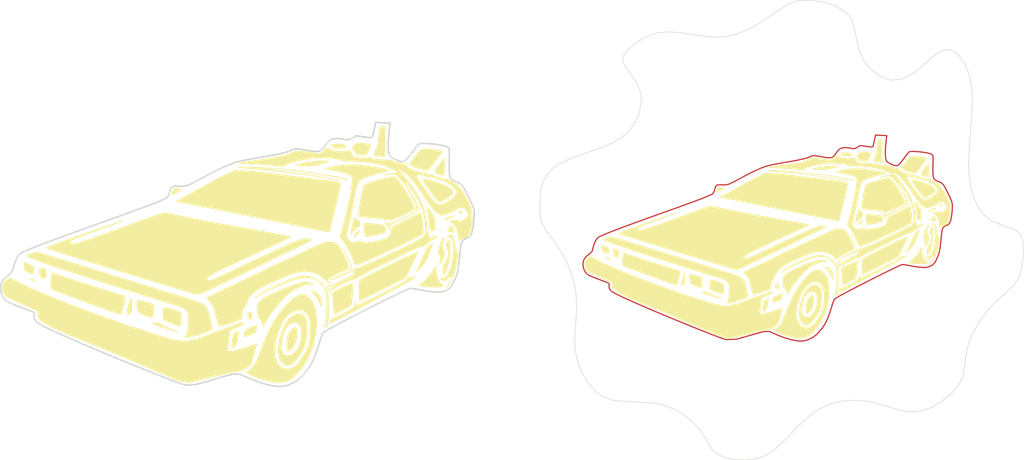
<source format=kicad_pcb>
(kicad_pcb (version 20171130) (host pcbnew 6.0.0-rc1-unknown-7c77b92~66~ubuntu16.04.1)
  (title_block (title "Project Title"))
  (layers (0 F.Cu signal) (31 B.Cu signal) (34 B.Paste user) (35 F.Paste user) (36 B.SilkS user) (37 F.SilkS user) (38 B.Mask user) (39 F.Mask user) (44 Edge.Cuts user))
  (net 0 "")
  (module Delorean:DeloRean.All.02 (layer F.Cu) (at 201.93 98.425)
    (fp_text reference svg2mod hide)
    (fp_text value G*** hide)
    (fp_poly (pts (xy 19.421843 -16.55759) (xy 19.341915 -16.182212) (xy 19.609256 -16.313953) (xy 19.787299 -16.305148) (xy 20.065663 -16.291375) (xy 20.343474 -16.277603) (xy 20.621288 -16.26383) (xy 20.899652 -16.249493) (xy 21.177463 -16.235721) (xy 21.455277 -16.221949) (xy 21.609066 -16.214244) (xy 21.5793 -15.939738) (xy 21.534099 -15.518611) (xy 21.482836 -15.018107) (xy 21.431573 -14.489491) (xy 21.386926 -13.983475) (xy 21.355506 -13.550772) (xy 21.344471 -13.238783) (xy 21.343342 -12.986878) (xy 21.344471 -12.68757) (xy 21.344471 -12.687005) (xy 21.355506 -12.359585) (xy 21.385272 -12.021689) (xy 21.442597 -11.692615) (xy 21.537957 -11.387792) (xy 21.685683 -11.125413) (xy 21.901761 -10.929181) (xy 22.123348 -10.799094) (xy 22.359269 -10.669559) (xy 22.604559 -10.547188) (xy 22.854261 -10.436946) (xy 23.10396 -10.346545) (xy 23.349251 -10.281504) (xy 23.586275 -10.250084) (xy 23.617142 -10.248391) (xy 23.618271 -10.248391) (xy 23.618835 -10.248391) (xy 23.645279 -10.248391) (xy 23.673942 -10.248391) (xy 23.675071 -10.248391) (xy 23.701515 -10.24952) (xy 23.73073 -10.251213) (xy 23.759943 -10.253471) (xy 23.785315 -10.256293) (xy 23.788617 -10.256857) (xy 23.81286 -10.260159) (xy 23.813989 -10.260724) (xy 23.815118 -10.260724) (xy 23.959536 -10.31364) (xy 24.101751 -10.410101) (xy 24.252782 -10.542393) (xy 24.413186 -10.705554) (xy 24.413186 -10.706118) (xy 24.582409 -10.895185) (xy 24.757698 -11.104097) (xy 24.936841 -11.327891) (xy 25.116538 -11.560504) (xy 25.205282 -11.677911) (xy 25.29403 -11.795321) (xy 25.380571 -11.911628) (xy 25.466008 -12.026281) (xy 25.549243 -12.138726) (xy 25.630269 -12.247867) (xy 25.707993 -12.35315) (xy 25.782957 -12.453472) (xy 25.854063 -12.548832) (xy 25.921311 -12.637577) (xy 25.984151 -12.719159) (xy 26.042029 -12.792469) (xy 26.094395 -12.857513) (xy 26.140697 -12.912083) (xy 26.180383 -12.95618) (xy 26.211252 -12.987047) (xy 26.227226 -12.996417) (xy 26.272977 -13.014056) (xy 26.344083 -13.031694) (xy 26.436135 -13.046568) (xy 26.54638 -13.058703) (xy 26.672056 -13.066972) (xy 26.812064 -13.071939) (xy 26.964752 -13.073633) (xy 27.128463 -13.071375) (xy 27.302095 -13.066408) (xy 27.30153 -13.066972) (xy 27.482881 -13.058703) (xy 27.671397 -13.047668) (xy 27.864871 -13.033896) (xy 28.062207 -13.017358) (xy 28.262299 -12.998054) (xy 28.464043 -12.976548) (xy 28.665236 -12.952842) (xy 28.865329 -12.926934) (xy 29.062111 -12.898824) (xy 29.255036 -12.868508) (xy 29.442451 -12.836538) (xy 29.622698 -12.803464) (xy 29.794676 -12.76874) (xy 29.79524 -12.76874) (xy 29.957298 -12.732358) (xy 30.108329 -12.694876) (xy 30.246686 -12.656841) (xy 30.370708 -12.617705) (xy 30.479296 -12.57857) (xy 30.569144 -12.539984) (xy 30.639149 -12.503053) (xy 30.685451 -12.470532) (xy 30.705856 -12.449591) (xy 30.722394 -12.418722) (xy 30.741133 -12.363051) (xy 30.758236 -12.28643) (xy 30.773109 -12.192174) (xy 30.78468 -12.081379) (xy 30.793486 -11.956803) (xy 30.798989 -11.820103) (xy 30.798989 -11.819539) (xy 30.802855 -11.670709) (xy 30.803984 -11.511959) (xy 30.80342 -11.344389) (xy 30.801726 -11.169654) (xy 30.798424 -10.987754) (xy 30.794558 -10.800341) (xy 30.790155 -10.609068) (xy 30.785753 -10.41504) (xy 30.78135 -10.218258) (xy 30.777484 -10.021473) (xy 30.774661 -9.823587) (xy 30.773532 -9.628456) (xy 30.773532 -9.434981) (xy 30.775226 -9.245362) (xy 30.779092 -9.060153) (xy 30.779092 -9.059589) (xy 30.785696 -8.879892) (xy 30.79563 -8.706811) (xy 30.808867 -8.541446) (xy 30.825405 -8.38435) (xy 30.84691 -8.236623) (xy 30.872254 -8.099923) (xy 30.872254 -8.099359) (xy 30.903674 -7.973682) (xy 30.940605 -7.85903) (xy 30.985806 -7.756504) (xy 31.040376 -7.666656) (xy 31.517177 -7.26868) (xy 32.028154 -7.086776) (xy 32.504404 -6.886687) (xy 32.926084 -6.450676) (xy 33.034671 -6.269876) (xy 33.152632 -6.064824) (xy 33.278308 -5.839377) (xy 33.408396 -5.597394) (xy 33.541791 -5.342733) (xy 33.675736 -5.079251) (xy 33.808578 -4.81136) (xy 33.938113 -4.542368) (xy 34.062688 -4.276681) (xy 34.179545 -4.01761) (xy 34.286482 -3.769565) (xy 34.382393 -3.536401) (xy 34.463975 -3.321977) (xy 34.463975 -3.321413) (xy 34.530119 -3.130693) (xy 34.578074 -2.967531) (xy 34.605647 -2.838547) (xy 34.62052 -2.701845) (xy 34.629326 -2.519944) (xy 34.631019 -2.302215) (xy 34.626616 -2.05472) (xy 34.615582 -1.783522) (xy 34.597378 -1.495235) (xy 34.573135 -1.195927) (xy 34.541718 -0.891654) (xy 34.504234 -0.588486) (xy 34.46069 -0.291932) (xy 34.410527 -0.00916) (xy 34.354856 0.254323) (xy 34.29312 0.492445) (xy 34.226423 0.6975) (xy 34.155867 0.862312) (xy 34.085862 0.978068) (xy 34.00759 1.070671) (xy 33.926561 1.147291) (xy 33.843328 1.211231) (xy 33.757888 1.265252) (xy 33.669144 1.312103) (xy 33.577642 1.354547) (xy 33.483935 1.394786) (xy 33.388025 1.435576) (xy 33.291561 1.479673) (xy 33.194548 1.530385) (xy 33.194548 1.529821) (xy 33.098637 1.589903) (xy 33.005481 1.662113) (xy 32.916734 1.748653) (xy 32.834054 1.852833) (xy 32.759637 1.975201) (xy 32.694043 2.117966) (xy 32.636165 2.30097) (xy 32.58766 2.526968) (xy 32.544663 2.792655) (xy 32.506081 3.093617) (xy 32.469149 3.424348) (xy 32.433871 3.778779) (xy 32.398593 4.15085) (xy 32.361109 4.535598) (xy 32.321423 4.925857) (xy 32.277325 5.316117) (xy 32.227716 5.699764) (xy 32.172042 6.070731) (xy 32.108102 6.422959) (xy 32.035893 6.749828) (xy 31.95321 7.044728) (xy 31.953774 7.044728) (xy 31.861172 7.300492) (xy 31.763054 7.538067) (xy 31.673759 7.757449) (xy 31.591077 7.959746) (xy 31.512252 8.146058) (xy 31.435081 8.316932) (xy 31.357913 8.474031) (xy 31.277985 8.617897) (xy 31.192548 8.750189) (xy 31.100495 8.872007) (xy 30.99852 8.985559) (xy 30.883867 9.092493) (xy 30.75378 9.193918) (xy 30.605503 9.291482) (xy 30.435729 9.386292) (xy 30.241702 9.479448) (xy 30.021766 9.5715) (xy 29.778679 9.642056) (xy 29.487087 9.683946) (xy 29.156357 9.698283) (xy 29.155792 9.698283) (xy 28.794195 9.688913) (xy 28.793631 9.688913) (xy 28.408883 9.659147) (xy 28.0087 9.613396) (xy 27.600248 9.554968) (xy 27.191799 9.48827) (xy 26.790513 9.416614) (xy 26.403011 9.344955) (xy 26.037002 9.277157) (xy 25.699106 9.216521) (xy 25.698542 9.216521) (xy 25.395926 9.167465) (xy 25.395926 9.16803) (xy 25.134097 9.134406) (xy 24.917469 9.12117) (xy 24.916905 9.12117) (xy 24.744927 9.135507) (xy 24.744363 9.135507) (xy 24.695304 9.148743) (xy 24.695304 9.149307) (xy 24.636325 9.169712) (xy 24.636325 9.170276) (xy 24.563565 9.198386) (xy 24.476472 9.234767) (xy 24.374499 9.278311) (xy 24.259293 9.329574) (xy 24.129759 9.388005) (xy 23.987544 9.453599) (xy 23.832102 9.525255) (xy 23.665083 9.60353) (xy 23.485939 9.687866) (xy 23.29577 9.778265) (xy 23.095126 9.874728) (xy 22.884563 9.976151) (xy 22.664628 10.082534) (xy 22.435322 10.193879) (xy 22.19775 10.309636) (xy 21.951906 10.4298) (xy 21.6989 10.553826) (xy 21.438725 10.682257) (xy 21.173041 10.813448) (xy 20.900739 10.948494) (xy 20.623478 11.085747) (xy 20.341256 11.226308) (xy 20.055175 11.369073) (xy 19.765234 11.514042) (xy 19.472539 11.661215) (xy 19.177089 11.809492) (xy 18.879432 11.959422) (xy 18.580124 12.110456) (xy 18.280263 12.262041) (xy 17.979849 12.414728) (xy 17.679437 12.567413) (xy 17.379576 12.720101) (xy 17.080819 12.872236) (xy 16.784262 13.024371) (xy 16.489363 13.175405) (xy 16.197771 13.325335) (xy 15.908933 13.474162) (xy 15.624507 13.621338) (xy 15.343938 13.766858) (xy 15.068331 13.910173) (xy 14.798787 14.051284) (xy 14.534754 14.189091) (xy 14.277336 14.324687) (xy 14.026533 14.456979) (xy 13.784 14.585412) (xy 13.54918 14.710538) (xy 13.323182 14.831807) (xy 13.106554 14.948663) (xy 12.899298 15.060562) (xy 12.702513 15.168599) (xy 12.516204 15.270575) (xy 12.341469 15.368139) (xy 12.178308 15.459641) (xy 12.027827 15.545631) (xy 11.890024 15.625557) (xy 11.765448 15.698867) (xy 11.654653 15.766117) (xy 11.558192 15.82675) (xy 11.47551 15.88077) (xy 11.408262 15.927622) (xy 11.354242 15.969515) (xy 11.311248 16.009754) (xy 11.287541 16.037863) (xy 11.264935 16.069834) (xy 11.24343 16.104008) (xy 11.242866 16.104008) (xy 11.221925 16.140939) (xy 11.200984 16.181179) (xy 11.179478 16.224726) (xy 11.158538 16.271027) (xy 11.137032 16.320086) (xy 10.951824 16.820587) (xy 10.741258 17.473779) (xy 10.502583 18.228944) (xy 10.235795 19.03096) (xy 9.940895 19.825263) (xy 9.618434 20.555623) (xy 9.271168 21.165819) (xy 8.900751 21.694985) (xy 8.518758 22.190528) (xy 8.118025 22.646932) (xy 7.68973 23.060345) (xy 7.22616 23.426351) (xy 6.719041 23.741096) (xy 6.158454 24.000168) (xy 5.535581 24.199154) (xy 5.197688 24.261444) (xy 4.824514 24.286787) (xy 4.421024 24.277417) (xy 3.993833 24.236628) (xy 3.547348 24.167726) (xy 3.087084 24.073467) (xy 2.617999 23.957713) (xy 2.145057 23.824318) (xy 1.673768 23.675491) (xy 1.209092 23.515638) (xy 0.755443 23.348068) (xy 0.317778 23.176088) (xy -0.09894 23.003559) (xy -0.4892 22.833783) (xy -0.848593 22.670074) (xy -1.171605 22.515733) (xy -1.548086 22.398325) (xy -1.986852 22.365802) (xy -1.987416 22.365802) (xy -2.481305 22.40163) (xy -3.024803 22.492582) (xy -5.520706 23.19428) (xy -8.093779 23.923536) (xy -10.112328 24.012284) (xy -11.67282 23.460517) (xy -12.946127 22.973243) (xy -14.473542 22.374071) (xy -16.201053 21.684501) (xy -18.074633 20.926579) (xy -20.039715 20.121805) (xy -22.04228 19.291674) (xy -24.028314 18.458238) (xy -25.943234 17.641888) (xy -27.733581 16.865776) (xy -29.344785 16.150298) (xy -30.722272 15.517505) (xy -31.810922 14.989992) (xy -32.55451 14.589809) (xy -32.877523 14.361605) (xy -33.180691 13.815902) (xy -33.196676 13.464228) (xy -33.182345 13.390915) (xy -33.16636 13.318706) (xy -33.152579 13.245393) (xy -33.145964 13.167672) (xy -33.15368 13.084439) (xy -33.184548 12.999002) (xy -33.239669 12.920727) (xy -33.31739 12.852379) (xy -33.611188 12.701895) (xy -34.09736 12.506214) (xy -34.722438 12.271396) (xy -35.421379 12.011224) (xy -35.599973 11.943976) (xy -35.778015 11.876175) (xy -35.954404 11.808377) (xy -36.128037 11.740025) (xy -36.774613 11.473238) (xy -37.292204 11.226844) (xy -37.601987 11.026201) (xy -37.602551 11.025636) (xy -37.603652 11.024507) (xy -37.892489 10.703703) (xy -38.121243 10.310686) (xy -38.280545 9.867509) (xy -38.362124 9.399525) (xy -38.357713 8.92934) (xy -38.26125 8.481753) (xy -38.068325 8.079366) (xy -37.771771 7.740369) (xy -37.766259 7.735967) (xy -37.761298 7.730463) (xy -37.65326 7.625733) (xy -37.522071 7.517143) (xy -37.373242 7.403593) (xy -37.334106 7.373827) (xy -37.294419 7.343511) (xy -37.25418 7.312642) (xy -37.253615 7.312642) (xy -37.212826 7.280672) (xy -37.172035 7.248701) (xy -37.171471 7.248701) (xy -37.13013 7.215628) (xy -37.088789 7.181454) (xy -37.046896 7.146726) (xy -37.005004 7.110345) (xy -36.963112 7.073413) (xy -36.963112 7.073978) (xy -36.921771 7.035392) (xy -36.880429 6.996256) (xy -36.839088 6.956017) (xy -36.79885 6.914124) (xy -36.758611 6.87113) (xy -36.719475 6.82648) (xy -36.680338 6.780732) (xy -36.642856 6.733327) (xy -36.605924 6.684268) (xy -36.569544 6.633556) (xy -36.559071 6.618118) (xy -36.553559 6.599943) (xy -36.443867 6.204722) (xy -36.328112 5.787451) (xy -36.20023 5.365221) (xy -36.054158 4.956769) (xy -35.884935 4.58029) (xy -35.6876 4.254521) (xy -35.459948 3.998207) (xy -35.199223 3.824022) (xy -35.198659 3.823458) (xy -35.197558 3.823458) (xy -34.784698 3.632184) (xy -34.295218 3.418314) (xy -33.735184 3.18515) (xy -33.110106 2.932694) (xy -32.426599 2.664253) (xy -31.689623 2.380927) (xy -30.905245 2.083823) (xy -30.079525 1.775693) (xy -29.652884 1.617493) (xy -29.217974 1.457643) (xy -28.775898 1.295035) (xy -28.32666 1.13077) (xy -27.871356 0.965407) (xy -27.410538 0.798388) (xy -26.945315 0.629715) (xy -26.47623 0.460492) (xy -26.003838 0.290168) (xy -25.529242 0.119841) (xy -25.052442 -0.051586) (xy -24.574538 -0.222463) (xy -24.096634 -0.393891) (xy -23.618726 -0.564768) (xy -23.141925 -0.735092) (xy -22.667329 -0.904868) (xy -22.194937 -1.073538) (xy -21.725853 -1.241108) (xy -21.260626 -1.407576) (xy -20.800361 -1.572388) (xy -20.345057 -1.73555) (xy -19.895819 -1.896504) (xy -19.453743 -2.055804) (xy -19.018833 -2.21235) (xy -18.911899 -2.250935) (xy -18.804962 -2.289521) (xy -18.698578 -2.328106) (xy -18.592745 -2.366138) (xy -18.487462 -2.404724) (xy -18.382732 -2.442206) (xy -18.278553 -2.480241) (xy -18.174924 -2.517723) (xy -18.072398 -2.555205) (xy -17.969872 -2.592136) (xy -17.867897 -2.629068) (xy -17.767025 -2.666) (xy -17.666703 -2.702381) (xy -17.566932 -2.738759) (xy -17.468264 -2.775141) (xy -17.369597 -2.810969) (xy -17.272033 -2.8468) (xy -17.175019 -2.882077) (xy -17.078555 -2.917905) (xy -16.983195 -2.952633) (xy -16.888388 -2.987358) (xy -16.794679 -3.022085) (xy -16.700973 -3.056812) (xy -16.60837 -3.090987) (xy -16.516868 -3.124611) (xy -16.425916 -3.158235) (xy -16.336068 -3.191859) (xy -16.246773 -3.224932) (xy -16.158028 -3.258006) (xy -16.070384 -3.290526) (xy -15.983843 -3.32305) (xy -15.897853 -3.35502) (xy -15.72863 -3.41896) (xy -15.562714 -3.481246) (xy -15.400656 -3.542432) (xy -15.242457 -3.602514) (xy -15.088118 -3.661493) (xy -14.937637 -3.719371) (xy -14.791011 -3.776149) (xy -14.6488 -3.83127) (xy -14.510443 -3.88584) (xy -14.3765 -3.938204) (xy -14.246963 -3.99002) (xy -14.121837 -4.040179) (xy -14.001122 -4.088687) (xy -13.885366 -4.136092) (xy -13.774021 -4.182394) (xy -13.667637 -4.227041) (xy -13.566212 -4.270038) (xy -13.469198 -4.311378) (xy -13.377696 -4.351617) (xy -13.291155 -4.390202) (xy -13.210127 -4.427134) (xy -13.134059 -4.462962) (xy -13.133495 -4.462962) (xy -13.062939 -4.496586) (xy -13.062939 -4.49715) (xy -12.997345 -4.529121) (xy -12.937263 -4.55999) (xy -12.882692 -4.589756) (xy -12.833081 -4.617865) (xy -12.788986 -4.64431) (xy -12.749297 -4.670218) (xy -12.715123 -4.695589) (xy -12.684804 -4.721497) (xy -12.684804 -4.722062) (xy -12.684239 -4.722062) (xy -12.657231 -4.751275) (xy -12.643458 -4.768377) (xy -12.642894 -4.768942) (xy -12.629658 -4.786044) (xy -12.629093 -4.786609) (xy -12.615857 -4.803712) (xy -12.616421 -4.803712) (xy -12.603185 -4.82135) (xy -12.590513 -4.838453) (xy -12.590513 -4.839018) (xy -12.578378 -4.85612) (xy -12.577813 -4.85612) (xy -12.566242 -4.873759) (xy -12.565678 -4.873759) (xy -12.565678 -4.874324) (xy -12.554107 -4.891426) (xy -12.542536 -4.909065) (xy -12.531501 -4.92614) (xy -12.530936 -4.926704) (xy -12.519901 -4.943778) (xy -12.509431 -4.961417) (xy -12.49896 -4.97852) (xy -12.498396 -4.979084) (xy -12.488462 -4.996723) (xy -12.478556 -5.013826) (xy -12.468622 -5.031465) (xy -12.39917 -5.169268) (xy -12.342392 -5.305418) (xy -12.296641 -5.437159) (xy -12.259159 -5.56449) (xy -12.227189 -5.685758) (xy -12.198526 -5.800961) (xy -12.170417 -5.908448) (xy -12.141755 -6.007666) (xy -12.109782 -6.097514) (xy -12.073403 -6.177442) (xy -12.03096 -6.247445) (xy -11.980798 -6.30808) (xy -11.919615 -6.361547) (xy -11.844098 -6.407849) (xy -11.45053 -6.485019) (xy -10.917506 -6.447537) (xy -10.245021 -6.439268) (xy -9.436389 -6.62558) (xy -8.164185 -7.25121) (xy -6.297771 -8.25387) (xy -5.244396 -8.800675) (xy -4.167873 -9.325431) (xy -3.111194 -9.789557) (xy -2.118455 -10.153358) (xy -1.082722 -10.405814) (xy 0.118927 -10.641735) (xy 1.412078 -10.867733) (xy 2.727278 -11.092077) (xy 3.993971 -11.32469) (xy 5.144357 -11.573839) (xy 5.405635 -11.639986) (xy 5.654784 -11.707784) (xy 5.889601 -11.77779) (xy 6.110637 -11.849446) (xy 6.315689 -11.924412) (xy 6.504758 -12.001583) (xy 6.676185 -12.082059) (xy 6.82832 -12.165292) (xy 7.103927 -12.230889) (xy 7.553719 -12.218753) (xy 8.113755 -12.143787) (xy 8.732217 -12.034646) (xy 9.360604 -11.92275) (xy 9.954815 -11.837313) (xy 10.473508 -11.80974) (xy 10.885265 -11.879745) (xy 11.17796 -12.045661) (xy 11.418289 -12.268901) (xy 11.62169 -12.525769) (xy 11.806345 -12.796414) (xy 11.987695 -13.062651) (xy 12.177865 -13.306288) (xy 12.390082 -13.510239) (xy 12.636476 -13.660169) (xy 12.925314 -13.759387) (xy 13.230133 -13.815061) (xy 13.541571 -13.833801) (xy 13.542136 -13.833801) (xy 13.851369 -13.822766) (xy 14.147923 -13.790796) (xy 14.42353 -13.745595) (xy 14.667717 -13.694886) (xy 14.872218 -13.646928) (xy 15.092704 -13.623785) (xy 15.317051 -13.648028) (xy 15.540292 -13.70756) (xy 15.755816 -13.792447) (xy 15.95701 -13.893869) (xy 16.136706 -14.003563) (xy 16.288291 -14.113805) (xy 16.405147 -14.218538) (xy 16.503815 -14.229573) (xy 16.816357 -14.210833) (xy 17.24024 -14.1502) (xy 17.715387 -14.07303) (xy 18.188329 -14.004128) (xy 18.608908 -13.967747) (xy 18.940189 -13.994191) (xy 19.071927 -14.055377) (xy 19.157367 -14.188219) (xy 19.216346 -14.466032) (xy 19.275328 -14.743844) (xy 19.334307 -15.022208) (xy 19.393838 -15.300022) (xy 19.452817 -15.577833) (xy 19.511799 -15.856197) (xy 19.570778 -16.134008) (xy 19.609363 -16.314258) (xy 19.609256 -16.313976) (xy 19.609256 -16.313953) (xy 19.341915 -16.182212) (xy 19.282936 -15.904398) (xy 19.223404 -15.626587) (xy 19.164426 -15.348222) (xy 19.105444 -15.070411) (xy 19.046465 -14.792597) (xy 18.987486 -14.514233) (xy 18.928505 -14.236422) (xy 18.928505 -14.240289) (xy 18.879446 -14.219884) (xy 18.615966 -14.201144) (xy 18.217437 -14.235872) (xy 17.752211 -14.30422) (xy 17.277065 -14.381391) (xy 16.842708 -14.442577) (xy 16.495442 -14.462982) (xy 16.23692 -14.381402) (xy 16.14156 -14.295965) (xy 16.006514 -14.197848) (xy 15.842803 -14.097526) (xy 15.659248 -14.005474) (xy 15.465771 -13.928853) (xy 15.272293 -13.877591) (xy 15.089292 -13.857186) (xy 14.926681 -13.87426) (xy 14.718875 -13.922769) (xy 14.466969 -13.975135) (xy 14.180336 -14.02254) (xy 13.868348 -14.056164) (xy 13.539824 -14.067199) (xy 13.203032 -14.046794) (xy 12.867342 -13.985611) (xy 12.541573 -13.873713) (xy 12.24557 -13.693466) (xy 12.002486 -13.460853) (xy 11.796882 -13.198474) (xy 11.611674 -12.925624) (xy 11.431427 -12.662141) (xy 11.244014 -12.42512) (xy 11.037306 -12.232196) (xy 10.798631 -12.097147) (xy 10.4668 -12.04368) (xy 9.980076 -12.069588) (xy 9.399096 -12.152823) (xy 8.774017 -12.264719) (xy 8.151694 -12.37441) (xy 7.575676 -12.451581) (xy 7.086748 -12.464253) (xy 6.71082 -12.367239) (xy 6.710255 -12.367239) (xy 6.709691 -12.366674) (xy 6.570784 -12.290607) (xy 6.410933 -12.21564) (xy 6.231787 -12.14233) (xy 6.034452 -12.070671) (xy 5.820028 -12.000666) (xy 5.590722 -11.932318) (xy 5.345985 -11.86562) (xy 5.088567 -11.800576) (xy 3.949205 -11.554182) (xy 2.686921 -11.322672) (xy 1.372823 -11.097775) (xy 0.076918 -10.871227) (xy -1.131899 -10.634205) (xy -2.185821 -10.377338) (xy -2.187514 -10.376774) (xy -2.189208 -10.376209) (xy -3.199586 -10.005792) (xy -4.267289 -9.536708) (xy -5.350427 -9.008645) (xy -6.407659 -8.460185) (xy -8.274624 -7.457526) (xy -9.520923 -6.843473) (xy -10.264511 -6.672042) (xy -10.898411 -6.680312) (xy -11.450728 -6.718897) (xy -11.950679 -6.615821) (xy -12.058716 -6.549674) (xy -12.149118 -6.470849) (xy -12.222428 -6.381554) (xy -12.280856 -6.28509) (xy -12.327711 -6.183665) (xy -12.365193 -6.077832) (xy -12.396613 -5.969244) (xy -12.425828 -5.857349) (xy -12.453938 -5.742693) (xy -12.484804 -5.626389) (xy -12.484804 -5.625825) (xy -12.519532 -5.507864) (xy -12.561422 -5.3877) (xy -12.612134 -5.266432) (xy -12.67332 -5.144063) (xy -12.682126 -5.12919) (xy -12.690931 -5.113216) (xy -12.699736 -5.098879) (xy -12.699736 -5.098315) (xy -12.700301 -5.098315) (xy -12.709106 -5.082877) (xy -12.718476 -5.06744) (xy -12.72841 -5.052567) (xy -12.72841 -5.052002) (xy -12.738344 -5.036565) (xy -12.748815 -5.021127) (xy -12.759285 -5.00569) (xy -12.769756 -4.990252) (xy -12.78079 -4.974814) (xy -12.791825 -4.959377) (xy -12.80286 -4.944504) (xy -12.803425 -4.943939) (xy -12.814996 -4.929066) (xy -12.814996 -4.928502) (xy -12.81556 -4.928502) (xy -12.827131 -4.913064) (xy -12.839267 -4.897627) (xy -12.845335 -4.892123) (xy -12.859672 -4.879451) (xy -12.882814 -4.862349) (xy -12.883378 -4.862349) (xy -12.913694 -4.842509) (xy -12.951176 -4.819366) (xy -12.995827 -4.794023) (xy -12.995827 -4.794587) (xy -13.045986 -4.767014) (xy -13.046551 -4.767014) (xy -13.102775 -4.737801) (xy -13.165615 -4.706932) (xy -13.233966 -4.674411) (xy -13.307829 -4.639684) (xy -13.387754 -4.603306) (xy -13.472641 -4.56527) (xy -13.56249 -4.526135) (xy -13.563054 -4.526135) (xy -13.658414 -4.484792) (xy -13.758736 -4.442349) (xy -13.864019 -4.398251) (xy -13.97426 -4.3525) (xy -14.089466 -4.305649) (xy -14.209631 -4.25714) (xy -14.333653 -4.206981) (xy -14.462637 -4.155718) (xy -14.596032 -4.103352) (xy -14.733836 -4.049332) (xy -14.876051 -3.994211) (xy -15.02157 -3.937436) (xy -15.172051 -3.880111) (xy -15.325842 -3.821129) (xy -15.484039 -3.761047) (xy -15.645546 -3.699861) (xy -15.810912 -3.637575) (xy -15.980135 -3.574185) (xy -16.065572 -3.542215) (xy -16.152113 -3.509694) (xy -16.152677 -3.509694) (xy -16.239771 -3.477171) (xy -16.327965 -3.444097) (xy -16.32853 -3.444097) (xy -16.417275 -3.411027) (xy -16.507676 -3.377403) (xy -16.598075 -3.343776) (xy -16.690127 -3.310152) (xy -16.782179 -3.275978) (xy -16.875335 -3.241803) (xy -16.969595 -3.207076) (xy -17.064402 -3.172349) (xy -17.159762 -3.137071) (xy -17.255675 -3.101793) (xy -17.352689 -3.066515) (xy -17.450253 -3.030687) (xy -17.54837 -2.994859) (xy -17.647588 -2.958478) (xy -17.747357 -2.922096) (xy -17.847128 -2.885718) (xy -17.94855 -2.848786) (xy -18.049975 -2.811855) (xy -18.151951 -2.774923) (xy -18.255027 -2.737441) (xy -18.358656 -2.699959) (xy -18.462285 -2.661924) (xy -18.567015 -2.624442) (xy -18.672298 -2.586407) (xy -18.778131 -2.547822) (xy -18.884515 -2.50979) (xy -18.991452 -2.471204) (xy -19.098386 -2.432068) (xy -19.533296 -2.275523) (xy -19.975371 -2.116773) (xy -20.42406 -1.955265) (xy -20.879363 -1.792657) (xy -21.339629 -1.627845) (xy -21.804855 -1.461376) (xy -22.27394 -1.293807) (xy -22.746329 -1.124584) (xy -23.220928 -0.95481) (xy -23.697729 -0.784486) (xy -24.175634 -0.613609) (xy -24.653538 -0.442732) (xy -25.131441 -0.271304) (xy -25.608242 -0.100427) (xy -26.083391 0.07045) (xy -26.55578 0.240776) (xy -27.025418 0.41) (xy -27.490641 0.57812) (xy -27.951459 0.745689) (xy -28.406763 0.911605) (xy -28.856555 1.075866) (xy -29.299181 1.237924) (xy -29.734088 1.398328) (xy -30.161279 1.556528) (xy -30.988103 1.865208) (xy -31.773033 2.162312) (xy -32.511111 2.446188) (xy -33.196823 2.715733) (xy -33.824106 2.968739) (xy -34.386897 3.203557) (xy -34.880786 3.418531) (xy -35.297504 3.612008) (xy -35.616107 3.823675) (xy -35.877383 4.118024) (xy -36.092908 4.473006) (xy -36.272053 4.870432) (xy -36.423086 5.293215) (xy -36.553173 5.723163) (xy -36.67003 6.143189) (xy -36.773659 6.516913) (xy -36.794606 6.546126) (xy -36.827678 6.590223) (xy -36.861854 6.632667) (xy -36.89658 6.674009) (xy -36.931858 6.714249) (xy -36.968238 6.753384) (xy -37.00517 6.791417) (xy -37.043204 6.828348) (xy -37.081237 6.86473) (xy -37.119822 6.900007) (xy -37.158959 6.934182) (xy -37.198095 6.967806) (xy -37.198095 6.96837) (xy -37.237782 7.001441) (xy -37.237782 7.000876) (xy -37.27747 7.0334) (xy -37.317157 7.06537) (xy -37.356845 7.09679) (xy -37.396532 7.127106) (xy -37.43622 7.157422) (xy -37.475356 7.187188) (xy -37.475921 7.187753) (xy -37.514506 7.216968) (xy -37.666641 7.333275) (xy -37.808304 7.450132) (xy -37.924059 7.562581) (xy -37.925724 7.564274) (xy -38.26417 7.951776) (xy -38.483554 8.407633) (xy -38.59049 8.904829) (xy -38.595451 9.419112) (xy -37.757375 11.193875) (xy -37.743044 11.013628) (xy -37.743044 11.013063) (xy -37.697844 10.984954) (xy -37.697844 10.984962) (xy -37.647132 11.0004) (xy -37.757375 11.193875) (xy -38.595451 9.419112) (xy -38.507257 9.927885) (xy -38.333624 10.409094) (xy -38.08227 10.841246) (xy -37.759809 11.198435) (xy -37.760373 11.199) (xy -37.758708 11.200129) (xy -37.758144 11.200693) (xy -37.40261 11.433306) (xy -36.868483 11.687967) (xy -36.21419 11.958062) (xy -36.039455 12.026413) (xy -35.861963 12.095315) (xy -35.68337 12.163116) (xy -35.503673 12.230914) (xy -34.80363 12.491089) (xy -34.181308 12.724803) (xy -33.704507 12.916627) (xy -33.455358 13.041753) (xy -33.412914 13.079235) (xy -33.391967 13.107897) (xy -33.383148 13.133269) (xy -33.380382 13.165239) (xy -33.38424 13.21099) (xy -33.395264 13.269969) (xy -33.395828 13.269969) (xy -33.411263 13.342178) (xy -33.427798 13.425965) (xy -33.406852 13.87741) (xy -33.06124 14.507449) (xy -32.674287 14.791325) (xy -31.916366 15.199223) (xy -30.821651 15.729493) (xy -29.440859 16.36394) (xy -27.828001 17.079969) (xy -26.036 17.857184) (xy -24.119426 18.674084) (xy -22.132292 19.508074) (xy -20.129177 20.338755) (xy -18.162991 21.143529) (xy -16.288307 21.902001) (xy -14.559696 22.591571) (xy -13.031178 23.191294) (xy -11.755666 23.679671) (xy -10.176986 24.2375) (xy -8.044884 24.152613) (xy -5.450864 23.417842) (xy -2.978112 22.722209) (xy -2.452253 22.634015) (xy -1.985373 22.599841) (xy -1.984808 22.599841) (xy -1.984244 22.599841) (xy -1.588472 22.629053) (xy -1.274277 22.72662) (xy -0.947407 22.882063) (xy -0.584707 23.047978) (xy -0.190589 23.219406) (xy 0.229987 23.393591) (xy 0.671513 23.567222) (xy 1.130124 23.736445) (xy 1.600309 23.897953) (xy 2.077662 24.048434) (xy 2.55777 24.184583) (xy 3.035124 24.301993) (xy 3.505309 24.398454) (xy 3.964473 24.469563) (xy 4.406546 24.511453) (xy 4.40711 24.511453) (xy 4.82879 24.521387) (xy 5.225665 24.494379) (xy 5.593324 24.426578) (xy 6.243206 24.218219) (xy 6.8297 23.94702) (xy 7.361071 23.617946) (xy 7.843936 23.236506) (xy 8.287666 22.808211) (xy 8.699973 22.339127) (xy 9.089132 21.833661) (xy 9.46506 21.296778) (xy 9.828311 20.659574) (xy 10.157938 19.912125) (xy 10.456696 19.107902) (xy 10.725137 18.300371) (xy 10.964366 17.544656) (xy 11.173828 16.895875) (xy 11.351871 16.41246) (xy 11.351871 16.411895) (xy 11.371711 16.366695) (xy 11.372276 16.36613) (xy 11.391015 16.324788) (xy 11.409755 16.287306) (xy 11.427394 16.253682) (xy 11.427394 16.253117) (xy 11.443932 16.223902) (xy 11.458805 16.200195) (xy 11.45937 16.200195) (xy 11.472606 16.181455) (xy 11.472606 16.180891) (xy 11.483641 16.167655) (xy 11.484205 16.167655) (xy 11.484205 16.16709) (xy 11.503509 16.149451) (xy 11.504074 16.149451) (xy 11.545967 16.116928) (xy 11.606599 16.075038) (xy 11.606599 16.074473) (xy 11.68377 16.024314) (xy 11.776926 15.965886) (xy 11.885514 15.900291) (xy 12.007885 15.827529) (xy 12.144035 15.748707) (xy 12.293412 15.663817) (xy 12.45547 15.572318) (xy 12.629655 15.475855) (xy 12.814863 15.373879) (xy 13.011095 15.266392) (xy 13.21725 15.154497) (xy 13.433878 15.03819) (xy 13.659326 14.917472) (xy 13.893593 14.792346) (xy 14.136126 14.663915) (xy 14.385828 14.532174) (xy 14.643245 14.396575) (xy 14.906725 14.258771) (xy 15.17682 14.11821) (xy 15.451877 13.974895) (xy 15.731895 13.829373) (xy 16.016321 13.6822) (xy 16.304609 13.533923) (xy 16.596201 13.383992) (xy 16.89055 13.232958) (xy 17.187654 13.080824) (xy 17.485861 12.928689) (xy 17.785172 12.776001) (xy 18.085583 12.623316) (xy 18.385998 12.471179) (xy 18.685859 12.319597) (xy 18.984616 12.168563) (xy 19.282273 12.018632) (xy 19.577173 11.870356) (xy 19.870419 11.723733) (xy 20.159807 11.578764) (xy 20.445887 11.435999) (xy 20.727559 11.295438) (xy 21.004819 11.158185) (xy 21.276568 11.023689) (xy 21.542255 10.891948) (xy 21.801877 10.764067) (xy 22.054886 10.640042) (xy 22.300177 10.519877) (xy 22.537749 10.404674) (xy 22.766504 10.293329) (xy 22.98644 10.186942) (xy 23.196453 10.08552) (xy 23.396543 9.99016) (xy 23.586162 9.899762) (xy 23.764205 9.815425) (xy 23.931221 9.737704) (xy 24.085012 9.666045) (xy 24.085577 9.666045) (xy 24.226688 9.601554) (xy 24.354569 9.543676) (xy 24.468671 9.492964) (xy 24.567339 9.45052) (xy 24.651122 9.415793) (xy 24.718373 9.389349) (xy 24.767429 9.37171) (xy 24.793337 9.364541) (xy 24.915705 9.355736) (xy 25.110286 9.367871) (xy 25.361639 9.399291) (xy 25.658746 9.447246) (xy 25.994435 9.507329) (xy 26.35989 9.57568) (xy 26.748499 9.647336) (xy 27.151986 9.718995) (xy 27.564296 9.786243) (xy 27.97826 9.845775) (xy 28.386158 9.89263) (xy 28.781379 9.922946) (xy 29.157308 9.932316) (xy 29.507331 9.916878) (xy 29.825932 9.87168) (xy 30.107053 9.790098) (xy 30.33746 9.693638) (xy 30.543064 9.594417) (xy 30.726619 9.491891) (xy 30.889777 9.384404) (xy 31.03585 9.270855) (xy 31.165387 9.149587) (xy 31.28114 9.021156) (xy 31.384769 8.883903) (xy 31.478476 8.73783) (xy 31.565016 8.582388) (xy 31.647148 8.417022) (xy 31.726523 8.23953) (xy 31.806999 8.049363) (xy 31.890232 7.845963) (xy 31.97953 7.62658) (xy 32.076544 7.390659) (xy 32.176315 7.115603) (xy 32.262856 6.806372) (xy 32.33782 6.469029) (xy 32.402863 6.109085) (xy 32.459638 5.732053) (xy 32.509247 5.343998) (xy 32.553897 4.950981) (xy 32.594137 4.558517) (xy 32.631065 4.173766) (xy 32.666896 3.801696) (xy 32.702174 3.448918) (xy 32.738002 3.121498) (xy 32.776037 2.826045) (xy 32.817377 2.569731) (xy 32.863128 2.359168) (xy 32.911637 2.204826) (xy 32.966204 2.085212) (xy 33.026289 1.986544) (xy 33.09023 1.906068) (xy 33.158028 1.839371) (xy 33.231341 1.782596) (xy 33.309612 1.734088) (xy 33.392845 1.691094) (xy 33.481593 1.650304) (xy 33.574749 1.610615) (xy 33.67176 1.568722) (xy 33.772081 1.522421) (xy 33.874057 1.468404) (xy 33.976582 1.40391) (xy 33.976582 1.403346) (xy 34.078008 1.325625) (xy 34.177226 1.231918) (xy 34.272035 1.12002) (xy 34.365191 0.967335) (xy 34.445667 0.778819) (xy 34.517876 0.55778) (xy 34.58237 0.308081) (xy 34.640248 0.035779) (xy 34.691511 -0.25471) (xy 34.736158 -0.556775) (xy 34.774193 -0.865458) (xy 34.80561 -1.174689) (xy 34.830954 -1.478408) (xy 34.849157 -1.771104) (xy 34.860728 -2.047264) (xy 34.865131 -2.300821) (xy 34.862873 -2.526268) (xy 34.853503 -2.718642) (xy 34.836429 -2.874638) (xy 34.804459 -3.025669) (xy 34.752643 -3.201508) (xy 34.752643 -3.202072) (xy 34.683741 -3.401612) (xy 34.599405 -3.622098) (xy 34.50184 -3.860223) (xy 34.393253 -4.112129) (xy 34.275292 -4.373958) (xy 34.149613 -4.642949) (xy 34.018975 -4.914148) (xy 33.88503 -5.184243) (xy 33.884465 -5.184243) (xy 33.749419 -5.44993) (xy 33.61492 -5.706794) (xy 33.483182 -5.950984) (xy 33.356402 -6.179737) (xy 33.236237 -6.388096) (xy 33.124889 -6.573304) (xy 32.628246 -7.084832) (xy 32.097426 -7.310279) (xy 31.619522 -7.478952) (xy 31.229812 -7.803618) (xy 31.193984 -7.862597) (xy 31.193984 -7.863161) (xy 31.159807 -7.940882) (xy 31.12839 -8.036793) (xy 31.100817 -8.148691) (xy 31.07711 -8.274368) (xy 31.077675 -8.274368) (xy 31.057835 -8.412721) (xy 31.041861 -8.562652) (xy 31.029189 -8.721955) (xy 31.019819 -8.890625) (xy 31.013215 -9.066464) (xy 31.008813 -9.248364) (xy 31.007119 -9.435777) (xy 31.007119 -9.62705) (xy 31.008813 -9.821628) (xy 31.011635 -10.01676) (xy 31.015501 -10.213542) (xy 31.015501 -10.214106) (xy 31.019368 -10.409235) (xy 31.024335 -10.603813) (xy 31.028201 -10.795086) (xy 31.028201 -10.795651) (xy 31.032604 -10.983063) (xy 31.035426 -11.165517) (xy 31.035426 -11.166081) (xy 31.037684 -11.34247) (xy 31.037684 -11.343035) (xy 31.037684 -11.512255) (xy 31.037684 -11.51282) (xy 31.036555 -11.673774) (xy 31.036555 -11.674338) (xy 31.033253 -11.826476) (xy 31.033253 -11.82704) (xy 31.026649 -11.969252) (xy 31.026649 -11.969816) (xy 31.017844 -12.101005) (xy 31.017844 -12.101569) (xy 31.005172 -12.22118) (xy 30.988634 -12.329221) (xy 30.966592 -12.425131) (xy 30.937927 -12.509468) (xy 30.89769 -12.583881) (xy 30.835954 -12.649475) (xy 30.759887 -12.702942) (xy 30.759887 -12.703507) (xy 30.669486 -12.751462) (xy 30.564756 -12.796663) (xy 30.445692 -12.839656) (xy 30.31285 -12.880996) (xy 30.16733 -12.921235) (xy 30.010785 -12.959821) (xy 29.843765 -12.997303) (xy 29.667377 -13.033134) (xy 29.483272 -13.066758) (xy 29.292552 -13.099278) (xy 29.09687 -13.129594) (xy 28.896777 -13.15826) (xy 28.69393 -13.184704) (xy 28.489982 -13.208947) (xy 28.286031 -13.230988) (xy 28.083184 -13.250292) (xy 27.883094 -13.266831) (xy 27.686309 -13.281168) (xy 27.495039 -13.292202) (xy 27.310381 -13.300472) (xy 27.309816 -13.300472) (xy 27.132874 -13.305439) (xy 26.964754 -13.307132) (xy 26.807108 -13.305439) (xy 26.660485 -13.300472) (xy 26.659921 -13.300472) (xy 26.525975 -13.291666) (xy 26.40526 -13.27843) (xy 26.298323 -13.260791) (xy 26.204617 -13.237649) (xy 26.123588 -13.206229) (xy 26.051929 -13.158274) (xy 26.010039 -13.116381) (xy 26.010039 -13.115816) (xy 25.964288 -13.065657) (xy 25.914126 -13.006125) (xy 25.859005 -12.938327) (xy 25.799473 -12.862259) (xy 25.735533 -12.779027) (xy 25.667181 -12.689178) (xy 25.595525 -12.593265) (xy 25.520558 -12.492393) (xy 25.442287 -12.38711) (xy 25.361258 -12.277972) (xy 25.278025 -12.165523) (xy 25.193138 -12.050871) (xy 25.106598 -11.935114) (xy 25.018954 -11.818808) (xy 24.930209 -11.701951) (xy 24.752716 -11.472645) (xy 24.576327 -11.252159) (xy 24.4049 -11.047658) (xy 24.242292 -10.865207) (xy 24.091258 -10.711416) (xy 23.956762 -10.593455) (xy 23.847068 -10.519042) (xy 23.780373 -10.492033) (xy 23.779244 -10.492033) (xy 23.778116 -10.491469) (xy 23.758812 -10.488646) (xy 23.757683 -10.488646) (xy 23.755989 -10.488082) (xy 23.735585 -10.485824) (xy 23.714644 -10.484131) (xy 23.693703 -10.483002) (xy 23.668331 -10.482438) (xy 23.646826 -10.481873) (xy 23.622583 -10.482438) (xy 23.62089 -10.482438) (xy 23.601049 -10.483566) (xy 23.59992 -10.483566) (xy 23.599356 -10.483566) (xy 23.395958 -10.510575) (xy 23.174369 -10.569004) (xy 22.941756 -10.65389) (xy 22.704184 -10.75807) (xy 22.468263 -10.876581) (xy 22.238957 -11.002257) (xy 22.021779 -11.12959) (xy 21.871295 -11.267393) (xy 21.754438 -11.477406) (xy 21.670102 -11.745297) (xy 21.617185 -12.05067) (xy 21.588523 -12.372579) (xy 21.578052 -12.690079) (xy 21.578052 -12.690643) (xy 21.577488 -12.985543) (xy 21.578052 -13.239653) (xy 21.589087 -13.536756) (xy 21.619957 -13.963948) (xy 21.664604 -14.467209) (xy 21.664604 -14.467774) (xy 21.715867 -14.994736) (xy 21.76713 -15.494137) (xy 21.81178 -15.914163) (xy 21.8432 -16.20355) (xy 21.8432 -16.204115) (xy 21.855336 -16.311602) (xy 21.869672 -16.435627) (xy 21.466732 -16.455468) (xy 21.188921 -16.46924) (xy 20.911107 -16.483013) (xy 20.632743 -16.497349) (xy 20.354932 -16.511122) (xy 20.077118 -16.524894) (xy 19.799307 -16.538667) (xy 19.421725 -16.557406) (xy 19.421843 -16.55759)) (layer F.Cu) (width 0))
    (fp_line (start -6.138781 47.962686) (end -8.672767 47.87671) (layer Edge.Cuts) (width 0.110801))
    (fp_line (start -4.081012 47.725137) (end -6.138781 47.962686) (layer Edge.Cuts) (width 0.110801))
    (fp_line (start -2.274698 47.091337) (end -4.081012 47.725137) (layer Edge.Cuts) (width 0.110801))
    (fp_line (start -0.547357 45.975904) (end -2.274698 47.091337) (layer Edge.Cuts) (width 0.110801))
    (fp_line (start 1.273493 44.293456) (end -0.547357 45.975904) (layer Edge.Cuts) (width 0.110801))
    (fp_line (start 2.719867 42.79458) (end 1.273493 44.293456) (layer Edge.Cuts) (width 0.110801))
    (fp_line (start 4.195641 41.264655) (end 2.719867 42.79458) (layer Edge.Cuts) (width 0.110801))
    (fp_line (start 6.284292 39.323677) (end 4.195641 41.264655) (layer Edge.Cuts) (width 0.110801))
    (fp_line (start 8.358933 37.878291) (end 6.284292 39.323677) (layer Edge.Cuts) (width 0.110801))
    (fp_line (start 10.501091 36.890919) (end 8.358933 37.878291) (layer Edge.Cuts) (width 0.110801))
    (fp_line (start 12.792289 36.323981) (end 10.501091 36.890919) (layer Edge.Cuts) (width 0.110801))
    (fp_line (start 15.314054 36.139898) (end 12.792289 36.323981) (layer Edge.Cuts) (width 0.110801))
    (fp_line (start 17.157939 36.225671) (end 15.314054 36.139898) (layer Edge.Cuts) (width 0.110801))
    (fp_line (start 18.963439 36.550086) (end 17.157939 36.225671) (layer Edge.Cuts) (width 0.110801))
    (fp_line (start 21.224922 37.201973) (end 18.963439 36.550086) (layer Edge.Cuts) (width 0.110801))
    (fp_line (start 24.506551 38.143849) (end 21.224922 37.201973) (layer Edge.Cuts) (width 0.110801))
    (fp_line (start 26.742822 38.470342) (end 24.506551 38.143849) (layer Edge.Cuts) (width 0.110801))
    (fp_line (start 28.596778 38.278256) (end 26.742822 38.470342) (layer Edge.Cuts) (width 0.110801))
    (fp_line (start 30.641824 37.550009) (end 28.596778 38.278256) (layer Edge.Cuts) (width 0.110801))
    (fp_line (start 32.678372 36.355392) (end 30.641824 37.550009) (layer Edge.Cuts) (width 0.110801))
    (fp_line (start 34.509596 34.855608) (end 32.678372 36.355392) (layer Edge.Cuts) (width 0.110801))
    (fp_line (start 35.938666 33.211861) (end 34.509596 34.855608) (layer Edge.Cuts) (width 0.110801))
    (fp_line (start 36.768757 31.585353) (end 35.938666 33.211861) (layer Edge.Cuts) (width 0.110801))
    (fp_line (start 36.987092 30.501694) (end 36.768757 31.585353) (layer Edge.Cuts) (width 0.110801))
    (fp_line (start 37.205614 28.927017) (end 36.987092 30.501694) (layer Edge.Cuts) (width 0.110801))
    (fp_line (start 37.544337 26.611587) (end 37.205614 28.927017) (layer Edge.Cuts) (width 0.110801))
    (fp_line (start 38.010193 24.786867) (end 37.544337 26.611587) (layer Edge.Cuts) (width 0.110801))
    (fp_line (start 38.688664 23.118026) (end 38.010193 24.786867) (layer Edge.Cuts) (width 0.110801))
    (fp_line (start 39.908173 20.873917) (end 38.688664 23.118026) (layer Edge.Cuts) (width 0.110801))
    (fp_line (start 41.338233 18.831963) (end 39.908173 20.873917) (layer Edge.Cuts) (width 0.110801))
    (fp_line (start 43.024552 16.934382) (end 41.338233 18.831963) (layer Edge.Cuts) (width 0.110801))
    (fp_line (start 45.012837 15.123396) (end 43.024552 16.934382) (layer Edge.Cuts) (width 0.110801))
    (fp_line (start 46.966734 13.315356) (end 45.012837 15.123396) (layer Edge.Cuts) (width 0.110801))
    (fp_line (start 48.014064 11.672259) (end 46.966734 13.315356) (layer Edge.Cuts) (width 0.110801))
    (fp_line (start 48.584938 9.519329) (end 48.014064 11.672259) (layer Edge.Cuts) (width 0.110801))
    (fp_line (start 48.906369 6.829518) (end 48.584938 9.519329) (layer Edge.Cuts) (width 0.110801))
    (fp_line (start 48.790057 4.73381) (end 48.906369 6.829518) (layer Edge.Cuts) (width 0.110801))
    (fp_line (start 48.235597 3.230032) (end 48.790057 4.73381) (layer Edge.Cuts) (width 0.110801))
    (fp_line (start 47.242582 2.31601) (end 48.235597 3.230032) (layer Edge.Cuts) (width 0.110801))
    (fp_line (start 45.038587 1.551433) (end 47.242582 2.31601) (layer Edge.Cuts) (width 0.110801))
    (fp_line (start 42.566019 0.606834) (end 45.038587 1.551433) (layer Edge.Cuts) (width 0.110801))
    (fp_line (start 40.853146 -0.7472) (end 42.566019 0.606834) (layer Edge.Cuts) (width 0.110801))
    (fp_line (start 39.561032 -2.778598) (end 40.853146 -0.7472) (layer Edge.Cuts) (width 0.110801))
    (fp_line (start 38.858579 -4.474826) (end 39.561032 -2.778598) (layer Edge.Cuts) (width 0.110801))
    (fp_line (start 38.368011 -6.295966) (end 38.858579 -4.474826) (layer Edge.Cuts) (width 0.110801))
    (fp_line (start 38.07981 -8.352703) (end 38.368011 -6.295966) (layer Edge.Cuts) (width 0.110801))
    (fp_line (start 37.984456 -10.755722) (end 38.07981 -8.352703) (layer Edge.Cuts) (width 0.110801))
    (fp_line (start 38.07243 -13.615707) (end 37.984456 -10.755722) (layer Edge.Cuts) (width 0.110801))
    (fp_line (start 38.334212 -17.043342) (end 38.07243 -13.615707) (layer Edge.Cuts) (width 0.110801))
    (fp_line (start 38.594353 -20.354095) (end 38.334212 -17.043342) (layer Edge.Cuts) (width 0.110801))
    (fp_line (start 38.695366 -23.063155) (end 38.594353 -20.354095) (layer Edge.Cuts) (width 0.110801))
    (fp_line (start 38.628023 -25.291627) (end 38.695366 -23.063155) (layer Edge.Cuts) (width 0.110801))
    (fp_line (start 38.383093 -27.160612) (end 38.628023 -25.291627) (layer Edge.Cuts) (width 0.110801))
    (fp_line (start 37.951348 -28.791213) (end 38.383093 -27.160612) (layer Edge.Cuts) (width 0.110801))
    (fp_line (start 37.323557 -30.304533) (end 37.951348 -28.791213) (layer Edge.Cuts) (width 0.110801))
    (fp_line (start 35.930578 -32.392668) (end 37.323557 -30.304533) (layer Edge.Cuts) (width 0.110801))
    (fp_line (start 34.360111 -33.393672) (end 35.930578 -32.392668) (layer Edge.Cuts) (width 0.110801))
    (fp_line (start 32.70439 -33.248756) (end 34.360111 -33.393672) (layer Edge.Cuts) (width 0.110801))
    (fp_line (start 31.519416 -32.538467) (end 32.70439 -33.248756) (layer Edge.Cuts) (width 0.110801))
    (fp_line (start 29.359864 -30.655372) (end 31.519416 -32.538467) (layer Edge.Cuts) (width 0.110801))
    (fp_line (start 27.868282 -29.35753) (end 29.359864 -30.655372) (layer Edge.Cuts) (width 0.110801))
    (fp_line (start 26.782735 -28.502019) (end 27.868282 -29.35753) (layer Edge.Cuts) (width 0.110801))
    (fp_line (start 24.665077 -27.481494) (end 26.782735 -28.502019) (layer Edge.Cuts) (width 0.110801))
    (fp_line (start 22.582345 -27.319341) (end 24.665077 -27.481494) (layer Edge.Cuts) (width 0.110801))
    (fp_line (start 20.532298 -28.015853) (end 22.582345 -27.319341) (layer Edge.Cuts) (width 0.110801))
    (fp_line (start 18.512698 -29.571317) (end 20.532298 -28.015853) (layer Edge.Cuts) (width 0.110801))
    (fp_line (start 17.154968 -31.17981) (end 18.512698 -29.571317) (layer Edge.Cuts) (width 0.110801))
    (fp_line (start 16.310149 -33.056987) (end 17.154968 -31.17981) (layer Edge.Cuts) (width 0.110801))
    (fp_line (start 15.676625 -35.873035) (end 16.310149 -33.056987) (layer Edge.Cuts) (width 0.110801))
    (fp_line (start 15.193525 -38.155846) (end 15.676625 -35.873035) (layer Edge.Cuts) (width 0.110801))
    (fp_line (start 14.627353 -39.585525) (end 15.193525 -38.155846) (layer Edge.Cuts) (width 0.110801))
    (fp_line (start 13.459819 -40.941551) (end 14.627353 -39.585525) (layer Edge.Cuts) (width 0.110801))
    (fp_line (start 11.565819 -42.041737) (end 13.459819 -40.941551) (layer Edge.Cuts) (width 0.110801))
    (fp_line (start 9.127024 -42.807833) (end 11.565819 -42.041737) (layer Edge.Cuts) (width 0.110801))
    (fp_line (start 6.325101 -43.161588) (end 9.127024 -42.807833) (layer Edge.Cuts) (width 0.110801))
    (fp_line (start 4.040587 -43.058235) (end 6.325101 -43.161588) (layer Edge.Cuts) (width 0.110801))
    (fp_line (start 2.082697 -42.362918) (end 4.040587 -43.058235) (layer Edge.Cuts) (width 0.110801))
    (fp_line (start -0.235809 -40.831575) (end 2.082697 -42.362918) (layer Edge.Cuts) (width 0.110801))
    (fp_line (start -2.605254 -39.166301) (end -0.235809 -40.831575) (layer Edge.Cuts) (width 0.110801))
    (fp_line (start -4.756047 -37.871967) (end -2.605254 -39.166301) (layer Edge.Cuts) (width 0.110801))
    (fp_line (start -6.749962 -36.919051) (end -4.756047 -37.871967) (layer Edge.Cuts) (width 0.110801))
    (fp_line (start -8.648769 -36.278032) (end -6.749962 -36.919051) (layer Edge.Cuts) (width 0.110801))
    (fp_line (start -10.514241 -35.919388) (end -8.648769 -36.278032) (layer Edge.Cuts) (width 0.110801))
    (fp_line (start -12.131087 -35.828591) (end -10.514241 -35.919388) (layer Edge.Cuts) (width 0.110801))
    (fp_line (start -14.024783 -35.970852) (end -12.131087 -35.828591) (layer Edge.Cuts) (width 0.110801))
    (fp_line (start -16.615747 -36.377753) (end -14.024783 -35.970852) (layer Edge.Cuts) (width 0.110801))
    (fp_line (start -19.510285 -36.79644) (end -16.615747 -36.377753) (layer Edge.Cuts) (width 0.110801))
    (fp_line (start -21.881532 -36.894189) (end -19.510285 -36.79644) (layer Edge.Cuts) (width 0.110801))
    (fp_line (start -23.887473 -36.651921) (end -21.881532 -36.894189) (layer Edge.Cuts) (width 0.110801))
    (fp_line (start -25.686091 -36.050554) (end -23.887473 -36.651921) (layer Edge.Cuts) (width 0.110801))
    (fp_line (start -27.435368 -35.071008) (end -25.686091 -36.050554) (layer Edge.Cuts) (width 0.110801))
    (fp_line (start -29.380671 -33.598957) (end -27.435368 -35.071008) (layer Edge.Cuts) (width 0.110801))
    (fp_line (start -30.370254 -32.310259) (end -29.380671 -33.598957) (layer Edge.Cuts) (width 0.110801))
    (fp_line (start -30.567361 -30.837395) (end -30.370254 -32.310259) (layer Edge.Cuts) (width 0.110801))
    (fp_line (start -29.203677 -28.718227) (end -30.567361 -30.837395) (layer Edge.Cuts) (width 0.110801))
    (fp_line (start -27.713835 -26.567642) (end -29.203677 -28.718227) (layer Edge.Cuts) (width 0.110801))
    (fp_line (start -27.014931 -24.782004) (end -27.713835 -26.567642) (layer Edge.Cuts) (width 0.110801))
    (fp_line (start -26.926748 -22.900874) (end -27.014931 -24.782004) (layer Edge.Cuts) (width 0.110801))
    (fp_line (start -27.402731 -20.542032) (end -26.926748 -22.900874) (layer Edge.Cuts) (width 0.110801))
    (fp_line (start -28.426175 -18.428075) (end -27.402731 -20.542032) (layer Edge.Cuts) (width 0.110801))
    (fp_line (start -29.943588 -16.669491) (end -28.426175 -18.428075) (layer Edge.Cuts) (width 0.110801))
    (fp_line (start -31.168012 -15.722408) (end -29.943588 -16.669491) (layer Edge.Cuts) (width 0.110801))
    (fp_line (start -32.659547 -14.885871) (end -31.168012 -15.722408) (layer Edge.Cuts) (width 0.110801))
    (fp_line (start -34.700591 -14.024117) (end -32.659547 -14.885871) (layer Edge.Cuts) (width 0.110801))
    (fp_line (start -37.573542 -13.001384) (end -34.700591 -14.024117) (layer Edge.Cuts) (width 0.110801))
    (fp_line (start -40.641774 -11.908297) (end -37.573542 -13.001384) (layer Edge.Cuts) (width 0.110801))
    (fp_line (start -42.699472 -11.015235) (end -40.641774 -11.908297) (layer Edge.Cuts) (width 0.110801))
    (fp_line (start -44.097447 -10.14299) (end -42.699472 -11.015235) (layer Edge.Cuts) (width 0.110801))
    (fp_line (start -45.186512 -9.11235) (end -44.097447 -10.14299) (layer Edge.Cuts) (width 0.110801))
    (fp_line (start -46.305386 -7.469278) (end -45.186512 -9.11235) (layer Edge.Cuts) (width 0.110801))
    (fp_line (start -46.87954 -5.421476) (end -46.305386 -7.469278) (layer Edge.Cuts) (width 0.110801))
    (fp_line (start -47.039369 -2.50388) (end -46.87954 -5.421476) (layer Edge.Cuts) (width 0.110801))
    (fp_line (start -46.982416 -0.310704) (end -47.039369 -2.50388) (layer Edge.Cuts) (width 0.110801))
    (fp_line (start -46.680911 0.845898) (end -46.982416 -0.310704) (layer Edge.Cuts) (width 0.110801))
    (fp_line (start -45.873657 2.388045) (end -46.680911 0.845898) (layer Edge.Cuts) (width 0.110801))
    (fp_line (start -44.006637 4.948009) (end -45.873657 2.388045) (layer Edge.Cuts) (width 0.110801))
    (fp_line (start -42.816566 6.686008) (end -44.006637 4.948009) (layer Edge.Cuts) (width 0.110801))
    (fp_line (start -41.78503 8.574905) (end -42.816566 6.686008) (layer Edge.Cuts) (width 0.110801))
    (fp_line (start -40.926713 10.587811) (end -41.78503 8.574905) (layer Edge.Cuts) (width 0.110801))
    (fp_line (start -40.226817 12.864293) (end -40.926713 10.587811) (layer Edge.Cuts) (width 0.110801))
    (fp_line (start -39.839917 15.183399) (end -40.226817 12.864293) (layer Edge.Cuts) (width 0.110801))
    (fp_line (start -39.745061 17.757953) (end -39.839917 15.183399) (layer Edge.Cuts) (width 0.110801))
    (fp_line (start -39.921298 20.800778) (end -39.745061 17.757953) (layer Edge.Cuts) (width 0.110801))
    (fp_line (start -40.10691 23.900276) (end -39.921298 20.800778) (layer Edge.Cuts) (width 0.110801))
    (fp_line (start -40.000306 26.353651) (end -40.10691 23.900276) (layer Edge.Cuts) (width 0.110801))
    (fp_line (start -39.567326 28.448855) (end -40.000306 26.353651) (layer Edge.Cuts) (width 0.110801))
    (fp_line (start -38.773813 30.473835) (end -39.567326 28.448855) (layer Edge.Cuts) (width 0.110801))
    (fp_line (start -37.492255 32.691801) (end -38.773813 30.473835) (layer Edge.Cuts) (width 0.110801))
    (fp_line (start -35.991876 34.385959) (end -37.492255 32.691801) (layer Edge.Cuts) (width 0.110801))
    (fp_line (start -34.277232 35.552252) (end -35.991876 34.385959) (layer Edge.Cuts) (width 0.110801))
    (fp_line (start -32.352882 36.186625) (end -34.277232 35.552252) (layer Edge.Cuts) (width 0.110801))
    (fp_line (start -30.696294 36.335965) (end -32.352882 36.186625) (layer Edge.Cuts) (width 0.110801))
    (fp_line (start -27.934026 36.47406) (end -30.696294 36.335965) (layer Edge.Cuts) (width 0.110801))
    (fp_line (start -24.680007 36.679603) (end -27.934026 36.47406) (layer Edge.Cuts) (width 0.110801))
    (fp_line (start -22.45065 37.086524) (end -24.680007 36.679603) (layer Edge.Cuts) (width 0.110801))
    (fp_line (start -20.5637 37.819354) (end -22.45065 37.086524) (layer Edge.Cuts) (width 0.110801))
    (fp_line (start -18.500481 38.9937) (end -20.5637 37.819354) (layer Edge.Cuts) (width 0.110801))
    (fp_line (start -16.75979 40.391451) (end -18.500481 38.9937) (layer Edge.Cuts) (width 0.110801))
    (fp_line (start -15.276033 42.075297) (end -16.75979 40.391451) (layer Edge.Cuts) (width 0.110801))
    (fp_line (start -13.983613 44.107926) (end -15.276033 42.075297) (layer Edge.Cuts) (width 0.110801))
    (fp_line (start -12.901148 45.828173) (end -13.983613 44.107926) (layer Edge.Cuts) (width 0.110801))
    (fp_line (start -11.926123 46.789864) (end -12.901148 45.828173) (layer Edge.Cuts) (width 0.110801))
    (fp_line (start -10.483018 47.45079) (end -11.926123 46.789864) (layer Edge.Cuts) (width 0.110801))
    (fp_line (start -8.672767 47.87671) (end -10.483018 47.45079) (layer Edge.Cuts) (width 0.110801))
  )
  (module Delorean:DeloRean.All.01 (layer F.Cu) (at 94.615 86.36)
    (fp_text reference svg2mod hide)
    (fp_text value G*** hide)
    (fp_line (start -45.588556 28.432694) (end -45.58874 28.432175) (layer Edge.Cuts) (width 0.28125))
    (fp_line (start -45.58855 28.432691) (end -45.588556 28.432694) (layer Edge.Cuts) (width 0.28125))
    (fp_line (start -45.588544 28.432685) (end -45.58855 28.432691) (layer Edge.Cuts) (width 0.28125))
    (fp_line (start -45.588539 28.432683) (end -45.588544 28.432685) (layer Edge.Cuts) (width 0.28125))
    (fp_line (start -45.981289 27.996799) (end -45.588539 28.432683) (layer Edge.Cuts) (width 0.28125))
    (fp_line (start -46.289205 27.467883) (end -45.981289 27.996799) (layer Edge.Cuts) (width 0.28125))
    (fp_line (start -46.502414 26.87549) (end -46.289205 27.467883) (layer Edge.Cuts) (width 0.28125))
    (fp_line (start -46.611045 26.249183) (end -46.502414 26.87549) (layer Edge.Cuts) (width 0.28125))
    (fp_line (start -46.605225 25.618521) (end -46.611045 26.249183) (layer Edge.Cuts) (width 0.28125))
    (fp_line (start -46.475085 25.013066) (end -46.605225 25.618521) (layer Edge.Cuts) (width 0.28125))
    (fp_line (start -46.210752 24.462375) (end -46.475085 25.013066) (layer Edge.Cuts) (width 0.28125))
    (fp_line (start -45.802354 23.996011) (end -46.210752 24.462375) (layer Edge.Cuts) (width 0.28125))
    (fp_line (start -45.652272 23.850441) (end -45.802354 23.996011) (layer Edge.Cuts) (width 0.28125))
    (fp_line (start -45.477543 23.706126) (end -45.652272 23.850441) (layer Edge.Cuts) (width 0.28125))
    (fp_line (start -45.284887 23.558417) (end -45.477543 23.706126) (layer Edge.Cuts) (width 0.28125))
    (fp_line (start -45.234709 23.520416) (end -45.284887 23.558417) (layer Edge.Cuts) (width 0.28125))
    (fp_line (start -45.183935 23.481836) (end -45.234709 23.520416) (layer Edge.Cuts) (width 0.28125))
    (fp_line (start -45.132671 23.44261) (end -45.183935 23.481836) (layer Edge.Cuts) (width 0.28125))
    (fp_line (start -45.081021 23.402664) (end -45.132671 23.44261) (layer Edge.Cuts) (width 0.28125))
    (fp_line (start -45.02909 23.361925) (end -45.081021 23.402664) (layer Edge.Cuts) (width 0.28125))
    (fp_line (start -44.976984 23.320317) (end -45.02909 23.361925) (layer Edge.Cuts) (width 0.28125))
    (fp_line (start -44.924807 23.277772) (end -44.976984 23.320317) (layer Edge.Cuts) (width 0.28125))
    (fp_line (start -44.872664 23.234217) (end -44.924807 23.277772) (layer Edge.Cuts) (width 0.28125))
    (fp_line (start -44.82066 23.189578) (end -44.872664 23.234217) (layer Edge.Cuts) (width 0.28125))
    (fp_line (start -44.7689 23.143782) (end -44.82066 23.189578) (layer Edge.Cuts) (width 0.28125))
    (fp_line (start -44.71749 23.096755) (end -44.7689 23.143782) (layer Edge.Cuts) (width 0.28125))
    (fp_line (start -44.666534 23.048424) (end -44.71749 23.096755) (layer Edge.Cuts) (width 0.28125))
    (fp_line (start -44.616136 22.998722) (end -44.666534 23.048424) (layer Edge.Cuts) (width 0.28125))
    (fp_line (start -44.566403 22.947572) (end -44.616136 22.998722) (layer Edge.Cuts) (width 0.28125))
    (fp_line (start -44.517439 22.894904) (end -44.566403 22.947572) (layer Edge.Cuts) (width 0.28125))
    (fp_line (start -44.469349 22.840641) (end -44.517439 22.894904) (layer Edge.Cuts) (width 0.28125))
    (fp_line (start -44.422237 22.784713) (end -44.469349 22.840641) (layer Edge.Cuts) (width 0.28125))
    (fp_line (start -44.37621 22.727047) (end -44.422237 22.784713) (layer Edge.Cuts) (width 0.28125))
    (fp_line (start -44.331371 22.667571) (end -44.37621 22.727047) (layer Edge.Cuts) (width 0.28125))
    (fp_line (start -44.287827 22.60621) (end -44.331371 22.667571) (layer Edge.Cuts) (width 0.28125))
    (fp_line (start -44.147579 22.101967) (end -44.287827 22.60621) (layer Edge.Cuts) (width 0.28125))
    (fp_line (start -43.998745 21.565101) (end -44.147579 22.101967) (layer Edge.Cuts) (width 0.28125))
    (fp_line (start -43.8332 21.018727) (end -43.998745 21.565101) (layer Edge.Cuts) (width 0.28125))
    (fp_line (start -43.642817 20.485974) (end -43.8332 21.018727) (layer Edge.Cuts) (width 0.28125))
    (fp_line (start -43.419471 19.989957) (end -43.642817 20.485974) (layer Edge.Cuts) (width 0.28125))
    (fp_line (start -43.155036 19.553796) (end -43.419471 19.989957) (layer Edge.Cuts) (width 0.28125))
    (fp_line (start -42.841385 19.200612) (end -43.155036 19.553796) (layer Edge.Cuts) (width 0.28125))
    (fp_line (start -42.470394 18.953529) (end -42.841385 19.200612) (layer Edge.Cuts) (width 0.28125))
    (fp_line (start -41.937377 18.706455) (end -42.470394 18.953529) (layer Edge.Cuts) (width 0.28125))
    (fp_line (start -41.307195 18.431723) (end -41.937377 18.706455) (layer Edge.Cuts) (width 0.28125))
    (fp_line (start -40.587189 18.131487) (end -41.307195 18.431723) (layer Edge.Cuts) (width 0.28125))
    (fp_line (start -39.784699 17.807894) (end -40.587189 18.131487) (layer Edge.Cuts) (width 0.28125))
    (fp_line (start -38.907066 17.463097) (end -39.784699 17.807894) (layer Edge.Cuts) (width 0.28125))
    (fp_line (start -37.961628 17.099253) (end -38.907066 17.463097) (layer Edge.Cuts) (width 0.28125))
    (fp_line (start -36.955726 16.718507) (end -37.961628 17.099253) (layer Edge.Cuts) (width 0.28125))
    (fp_line (start -35.896699 16.323021) (end -36.955726 16.718507) (layer Edge.Cuts) (width 0.28125))
    (fp_line (start -35.349558 16.120419) (end -35.896699 16.323021) (layer Edge.Cuts) (width 0.28125))
    (fp_line (start -34.791889 15.914939) (end -35.349558 16.120419) (layer Edge.Cuts) (width 0.28125))
    (fp_line (start -34.224609 15.706848) (end -34.791889 15.914939) (layer Edge.Cuts) (width 0.28125))
    (fp_line (start -33.648635 15.496414) (end -34.224609 15.706848) (layer Edge.Cuts) (width 0.28125))
    (fp_line (start -33.064885 15.28391) (end -33.648635 15.496414) (layer Edge.Cuts) (width 0.28125))
    (fp_line (start -32.474277 15.069599) (end -33.064885 15.28391) (layer Edge.Cuts) (width 0.28125))
    (fp_line (start -31.877727 14.853755) (end -32.474277 15.069599) (layer Edge.Cuts) (width 0.28125))
    (fp_line (start -31.276155 14.636647) (end -31.877727 14.853755) (layer Edge.Cuts) (width 0.28125))
    (fp_line (start -30.670476 14.41854) (end -31.276155 14.636647) (layer Edge.Cuts) (width 0.28125))
    (fp_line (start -30.061609 14.199708) (end -30.670476 14.41854) (layer Edge.Cuts) (width 0.28125))
    (fp_line (start -29.45047 13.980418) (end -30.061609 14.199708) (layer Edge.Cuts) (width 0.28125))
    (fp_line (start -28.837978 13.760937) (end -29.45047 13.980418) (layer Edge.Cuts) (width 0.28125))
    (fp_line (start -28.225051 13.541535) (end -28.837978 13.760937) (layer Edge.Cuts) (width 0.28125))
    (fp_line (start -27.612605 13.322482) (end -28.225051 13.541535) (layer Edge.Cuts) (width 0.28125))
    (fp_line (start -27.001558 13.104048) (end -27.612605 13.322482) (layer Edge.Cuts) (width 0.28125))
    (fp_line (start -26.392827 12.8865) (end -27.001558 13.104048) (layer Edge.Cuts) (width 0.28125))
    (fp_line (start -25.78733 12.670108) (end -26.392827 12.8865) (layer Edge.Cuts) (width 0.28125))
    (fp_line (start -25.185985 12.455143) (end -25.78733 12.670108) (layer Edge.Cuts) (width 0.28125))
    (fp_line (start -24.589708 12.241867) (end -25.185985 12.455143) (layer Edge.Cuts) (width 0.28125))
    (fp_line (start -23.999419 12.030556) (end -24.589708 12.241867) (layer Edge.Cuts) (width 0.28125))
    (fp_line (start -23.416033 11.821475) (end -23.999419 12.030556) (layer Edge.Cuts) (width 0.28125))
    (fp_line (start -22.840469 11.614897) (end -23.416033 11.821475) (layer Edge.Cuts) (width 0.28125))
    (fp_line (start -22.273645 11.411087) (end -22.840469 11.614897) (layer Edge.Cuts) (width 0.28125))
    (fp_line (start -21.716476 11.210317) (end -22.273645 11.411087) (layer Edge.Cuts) (width 0.28125))
    (fp_line (start -21.5788 11.160632) (end -21.716476 11.210317) (layer Edge.Cuts) (width 0.28125))
    (fp_line (start -21.4418 11.111155) (end -21.5788 11.160632) (layer Edge.Cuts) (width 0.28125))
    (fp_line (start -21.305489 11.061893) (end -21.4418 11.111155) (layer Edge.Cuts) (width 0.28125))
    (fp_line (start -21.169882 11.012854) (end -21.305489 11.061893) (layer Edge.Cuts) (width 0.28125))
    (fp_line (start -21.034993 10.964036) (end -21.169882 11.012854) (layer Edge.Cuts) (width 0.28125))
    (fp_line (start -20.900837 10.915445) (end -21.034993 10.964036) (layer Edge.Cuts) (width 0.28125))
    (fp_line (start -20.767427 10.867089) (end -20.900837 10.915445) (layer Edge.Cuts) (width 0.28125))
    (fp_line (start -20.634779 10.818965) (end -20.767427 10.867089) (layer Edge.Cuts) (width 0.28125))
    (fp_line (start -20.502907 10.771086) (end -20.634779 10.818965) (layer Edge.Cuts) (width 0.28125))
    (fp_line (start -20.371824 10.723447) (end -20.502907 10.771086) (layer Edge.Cuts) (width 0.28125))
    (fp_line (start -20.241545 10.676059) (end -20.371824 10.723447) (layer Edge.Cuts) (width 0.28125))
    (fp_line (start -20.112086 10.628925) (end -20.241545 10.676059) (layer Edge.Cuts) (width 0.28125))
    (fp_line (start -19.983459 10.582048) (end -20.112086 10.628925) (layer Edge.Cuts) (width 0.28125))
    (fp_line (start -19.855678 10.53543) (end -19.983459 10.582048) (layer Edge.Cuts) (width 0.28125))
    (fp_line (start -19.72876 10.489081) (end -19.855678 10.53543) (layer Edge.Cuts) (width 0.28125))
    (fp_line (start -19.602718 10.443) (end -19.72876 10.489081) (layer Edge.Cuts) (width 0.28125))
    (fp_line (start -19.477566 10.397192) (end -19.602718 10.443) (layer Edge.Cuts) (width 0.28125))
    (fp_line (start -19.353318 10.351664) (end -19.477566 10.397192) (layer Edge.Cuts) (width 0.28125))
    (fp_line (start -19.22999 10.306418) (end -19.353318 10.351664) (layer Edge.Cuts) (width 0.28125))
    (fp_line (start -19.107594 10.261458) (end -19.22999 10.306418) (layer Edge.Cuts) (width 0.28125))
    (fp_line (start -18.986149 10.21679) (end -19.107594 10.261458) (layer Edge.Cuts) (width 0.28125))
    (fp_line (start -18.865662 10.172416) (end -18.986149 10.21679) (layer Edge.Cuts) (width 0.28125))
    (fp_line (start -18.746153 10.128342) (end -18.865662 10.172416) (layer Edge.Cuts) (width 0.28125))
    (fp_line (start -18.627633 10.084569) (end -18.746153 10.128342) (layer Edge.Cuts) (width 0.28125))
    (fp_line (start -18.510119 10.041107) (end -18.627633 10.084569) (layer Edge.Cuts) (width 0.28125))
    (fp_line (start -18.393626 9.997955) (end -18.510119 10.041107) (layer Edge.Cuts) (width 0.28125))
    (fp_line (start -18.278163 9.955119) (end -18.393626 9.997955) (layer Edge.Cuts) (width 0.28125))
    (fp_line (start -18.16375 9.912603) (end -18.278163 9.955119) (layer Edge.Cuts) (width 0.28125))
    (fp_line (start -18.050401 9.87041) (end -18.16375 9.912603) (layer Edge.Cuts) (width 0.28125))
    (fp_line (start -17.938125 9.828548) (end -18.050401 9.87041) (layer Edge.Cuts) (width 0.28125))
    (fp_line (start -17.826944 9.787019) (end -17.938125 9.828548) (layer Edge.Cuts) (width 0.28125))
    (fp_line (start -17.716866 9.745826) (end -17.826944 9.787019) (layer Edge.Cuts) (width 0.28125))
    (fp_line (start -17.500082 9.664467) (end -17.716866 9.745826) (layer Edge.Cuts) (width 0.28125))
    (fp_line (start -17.287893 9.584511) (end -17.500082 9.664467) (layer Edge.Cuts) (width 0.28125))
    (fp_line (start -17.080412 9.505982) (end -17.287893 9.584511) (layer Edge.Cuts) (width 0.28125))
    (fp_line (start -16.877751 9.428922) (end -17.080412 9.505982) (layer Edge.Cuts) (width 0.28125))
    (fp_line (start -16.680029 9.35336) (end -16.877751 9.428922) (layer Edge.Cuts) (width 0.28125))
    (fp_line (start -16.487362 9.279333) (end -16.680029 9.35336) (layer Edge.Cuts) (width 0.28125))
    (fp_line (start -16.299856 9.206869) (end -16.487362 9.279333) (layer Edge.Cuts) (width 0.28125))
    (fp_line (start -16.117636 9.136009) (end -16.299856 9.206869) (layer Edge.Cuts) (width 0.28125))
    (fp_line (start -15.94081 9.06678) (end -16.117636 9.136009) (layer Edge.Cuts) (width 0.28125))
    (fp_line (start -15.769496 8.999221) (end -15.94081 9.06678) (layer Edge.Cuts) (width 0.28125))
    (fp_line (start -15.603806 8.933362) (end -15.769496 8.999221) (layer Edge.Cuts) (width 0.28125))
    (fp_line (start -15.443856 8.869238) (end -15.603806 8.933362) (layer Edge.Cuts) (width 0.28125))
    (fp_line (start -15.28976 8.806884) (end -15.443856 8.869238) (layer Edge.Cuts) (width 0.28125))
    (fp_line (start -15.141636 8.746331) (end -15.28976 8.806884) (layer Edge.Cuts) (width 0.28125))
    (fp_line (start -14.999596 8.687611) (end -15.141636 8.746331) (layer Edge.Cuts) (width 0.28125))
    (fp_line (start -14.863754 8.630763) (end -14.999596 8.687611) (layer Edge.Cuts) (width 0.28125))
    (fp_line (start -14.734225 8.575818) (end -14.863754 8.630763) (layer Edge.Cuts) (width 0.28125))
    (fp_line (start -14.611123 8.522808) (end -14.734225 8.575818) (layer Edge.Cuts) (width 0.28125))
    (fp_line (start -14.494565 8.471771) (end -14.611123 8.522808) (layer Edge.Cuts) (width 0.28125))
    (fp_line (start -14.384665 8.422735) (end -14.494565 8.471771) (layer Edge.Cuts) (width 0.28125))
    (fp_line (start -14.281538 8.375739) (end -14.384665 8.422735) (layer Edge.Cuts) (width 0.28125))
    (fp_line (start -14.185298 8.330812) (end -14.281538 8.375739) (layer Edge.Cuts) (width 0.28125))
    (fp_line (start -14.096056 8.28799) (end -14.185298 8.330812) (layer Edge.Cuts) (width 0.28125))
    (fp_line (start -14.013935 8.247308) (end -14.096056 8.28799) (layer Edge.Cuts) (width 0.28125))
    (fp_line (start -13.939042 8.208796) (end -14.013935 8.247308) (layer Edge.Cuts) (width 0.28125))
    (fp_line (start -13.871495 8.172491) (end -13.939042 8.208796) (layer Edge.Cuts) (width 0.28125))
    (fp_line (start -13.81141 8.138424) (end -13.871495 8.172491) (layer Edge.Cuts) (width 0.28125))
    (fp_line (start -13.758899 8.106632) (end -13.81141 8.138424) (layer Edge.Cuts) (width 0.28125))
    (fp_line (start -13.71408 8.077145) (end -13.758899 8.106632) (layer Edge.Cuts) (width 0.28125))
    (fp_line (start -13.67706 8.049995) (end -13.71408 8.077145) (layer Edge.Cuts) (width 0.28125))
    (fp_line (start -13.647963 8.025216) (end -13.67706 8.049995) (layer Edge.Cuts) (width 0.28125))
    (fp_line (start -13.62691 8.002836) (end -13.647963 8.025216) (layer Edge.Cuts) (width 0.28125))
    (fp_line (start -13.610089 7.981669) (end -13.62691 8.002836) (layer Edge.Cuts) (width 0.28125))
    (fp_line (start -13.593636 7.960503) (end -13.610089 7.981669) (layer Edge.Cuts) (width 0.28125))
    (fp_line (start -13.577577 7.939364) (end -13.593636 7.960503) (layer Edge.Cuts) (width 0.28125))
    (fp_line (start -13.561886 7.918226) (end -13.577577 7.939364) (layer Edge.Cuts) (width 0.28125))
    (fp_line (start -13.546561 7.897087) (end -13.561886 7.918226) (layer Edge.Cuts) (width 0.28125))
    (fp_line (start -13.531575 7.875949) (end -13.546561 7.897087) (layer Edge.Cuts) (width 0.28125))
    (fp_line (start -13.516928 7.85481) (end -13.531575 7.875949) (layer Edge.Cuts) (width 0.28125))
    (fp_line (start -13.502647 7.8337) (end -13.516928 7.85481) (layer Edge.Cuts) (width 0.28125))
    (fp_line (start -13.488705 7.81259) (end -13.502647 7.8337) (layer Edge.Cuts) (width 0.28125))
    (fp_line (start -13.475074 7.79148) (end -13.488705 7.81259) (layer Edge.Cuts) (width 0.28125))
    (fp_line (start -13.461781 7.770398) (end -13.475074 7.79148) (layer Edge.Cuts) (width 0.28125))
    (fp_line (start -13.448799 7.749316) (end -13.461781 7.770398) (layer Edge.Cuts) (width 0.28125))
    (fp_line (start -13.436127 7.728262) (end -13.448799 7.749316) (layer Edge.Cuts) (width 0.28125))
    (fp_line (start -13.423766 7.707236) (end -13.436127 7.728262) (layer Edge.Cuts) (width 0.28125))
    (fp_line (start -13.411715 7.686211) (end -13.423766 7.707236) (layer Edge.Cuts) (width 0.28125))
    (fp_line (start -13.399946 7.665213) (end -13.411715 7.686211) (layer Edge.Cuts) (width 0.28125))
    (fp_line (start -13.315813 7.498268) (end -13.399946 7.665213) (layer Edge.Cuts) (width 0.28125))
    (fp_line (start -13.247213 7.33365) (end -13.315813 7.498268) (layer Edge.Cuts) (width 0.28125))
    (fp_line (start -13.19113 7.172188) (end -13.247213 7.33365) (layer Edge.Cuts) (width 0.28125))
    (fp_line (start -13.144541 7.0147) (end -13.19113 7.172188) (layer Edge.Cuts) (width 0.28125))
    (fp_line (start -13.104423 6.862012) (end -13.144541 7.0147) (layer Edge.Cuts) (width 0.28125))
    (fp_line (start -13.06776 6.71494) (end -13.104423 6.862012) (layer Edge.Cuts) (width 0.28125))
    (fp_line (start -13.031528 6.574317) (end -13.06776 6.71494) (layer Edge.Cuts) (width 0.28125))
    (fp_line (start -12.992705 6.440956) (end -13.031528 6.574317) (layer Edge.Cuts) (width 0.28125))
    (fp_line (start -12.948275 6.315686) (end -12.992705 6.440956) (layer Edge.Cuts) (width 0.28125))
    (fp_line (start -12.895209 6.199326) (end -12.948275 6.315686) (layer Edge.Cuts) (width 0.28125))
    (fp_line (start -12.830493 6.092699) (end -12.895209 6.199326) (layer Edge.Cuts) (width 0.28125))
    (fp_line (start -12.751103 5.996631) (end -12.830493 6.092699) (layer Edge.Cuts) (width 0.28125))
    (fp_line (start -12.654019 5.911942) (end -12.751103 5.996631) (layer Edge.Cuts) (width 0.28125))
    (fp_line (start -12.536217 5.839453) (end -12.654019 5.911942) (layer Edge.Cuts) (width 0.28125))
    (fp_line (start -11.963636 5.724275) (end -12.536217 5.839453) (layer Edge.Cuts) (width 0.28125))
    (fp_line (start -11.267636 5.773009) (end -11.963636 5.724275) (layer Edge.Cuts) (width 0.28125))
    (fp_line (start -10.430844 5.783706) (end -11.267636 5.773009) (layer Edge.Cuts) (width 0.28125))
    (fp_line (start -9.43589 5.554377) (end -10.430844 5.783706) (layer Edge.Cuts) (width 0.28125))
    (fp_line (start -7.82157 4.759436) (end -9.43589 5.554377) (layer Edge.Cuts) (width 0.28125))
    (fp_line (start -6.695129 4.153097) (end -7.82157 4.759436) (layer Edge.Cuts) (width 0.28125))
    (fp_line (start -5.42836 3.474041) (end -6.695129 4.153097) (layer Edge.Cuts) (width 0.28125))
    (fp_line (start -4.075652 2.772169) (end -5.42836 3.474041) (layer Edge.Cuts) (width 0.28125))
    (fp_line (start -2.691397 2.097373) (end -4.075652 2.772169) (layer Edge.Cuts) (width 0.28125))
    (fp_line (start -1.329988 1.499555) (end -2.691397 2.097373) (layer Edge.Cuts) (width 0.28125))
    (fp_line (start -0.04582 1.028614) (end -1.329988 1.499555) (layer Edge.Cuts) (width 0.28125))
    (fp_line (start 1.295469 0.701256) (end -0.04582 1.028614) (layer Edge.Cuts) (width 0.28125))
    (fp_line (start 2.840588 0.398225) (end 1.295469 0.701256) (layer Edge.Cuts) (width 0.28125))
    (fp_line (start 4.500275 0.108304) (end 2.840588 0.398225) (layer Edge.Cuts) (width 0.28125))
    (fp_line (start 6.185277 -0.179721) (end 4.500275 0.108304) (layer Edge.Cuts) (width 0.28125))
    (fp_line (start 7.806339 -0.477067) (end 6.185277 -0.179721) (layer Edge.Cuts) (width 0.28125))
    (fp_line (start 9.274202 -0.794948) (end 7.806339 -0.477067) (layer Edge.Cuts) (width 0.28125))
    (fp_line (start 9.606773 -0.87894) (end 9.274202 -0.794948) (layer Edge.Cuts) (width 0.28125))
    (fp_line (start 9.922794 -0.965094) (end 9.606773 -0.87894) (layer Edge.Cuts) (width 0.28125))
    (fp_line (start 10.220871 -1.053582) (end 9.922794 -0.965094) (layer Edge.Cuts) (width 0.28125))
    (fp_line (start 10.499614 -1.144579) (end 10.220871 -1.053582) (layer Edge.Cuts) (width 0.28125))
    (fp_line (start 10.757624 -1.23826) (end 10.499614 -1.144579) (layer Edge.Cuts) (width 0.28125))
    (fp_line (start 10.993508 -1.334805) (end 10.757624 -1.23826) (layer Edge.Cuts) (width 0.28125))
    (fp_line (start 11.205869 -1.434385) (end 10.993508 -1.334805) (layer Edge.Cuts) (width 0.28125))
    (fp_line (start 11.393315 -1.537176) (end 11.205869 -1.434385) (layer Edge.Cuts) (width 0.28125))
    (fp_line (start 11.810711 -1.641426) (end 11.393315 -1.537176) (layer Edge.Cuts) (width 0.28125))
    (fp_line (start 12.412747 -1.625339) (end 11.810711 -1.641426) (layer Edge.Cuts) (width 0.28125))
    (fp_line (start 13.1407 -1.52782) (end 12.412747 -1.625339) (layer Edge.Cuts) (width 0.28125))
    (fp_line (start 13.935853 -1.387784) (end 13.1407 -1.52782) (layer Edge.Cuts) (width 0.28125))
    (fp_line (start 14.73948 -1.24415) (end 13.935853 -1.387784) (layer Edge.Cuts) (width 0.28125))
    (fp_line (start 15.492858 -1.135839) (end 14.73948 -1.24415) (layer Edge.Cuts) (width 0.28125))
    (fp_line (start 16.137268 -1.101757) (end 15.492858 -1.135839) (layer Edge.Cuts) (width 0.28125))
    (fp_line (start 16.613981 -1.180822) (end 16.137268 -1.101757) (layer Edge.Cuts) (width 0.28125))
    (fp_line (start 16.954264 -1.374017) (end 16.613981 -1.180822) (layer Edge.Cuts) (width 0.28125))
    (fp_line (start 17.240717 -1.640638) (end 16.954264 -1.374017) (layer Edge.Cuts) (width 0.28125))
    (fp_line (start 17.49163 -1.957086) (end 17.240717 -1.640638) (layer Edge.Cuts) (width 0.28125))
    (fp_line (start 17.725293 -2.299748) (end 17.49163 -1.957086) (layer Edge.Cuts) (width 0.28125))
    (fp_line (start 17.960003 -2.645025) (end 17.725293 -2.299748) (layer Edge.Cuts) (width 0.28125))
    (fp_line (start 18.214045 -2.969307) (end 17.960003 -2.645025) (layer Edge.Cuts) (width 0.28125))
    (fp_line (start 18.505716 -3.248992) (end 18.214045 -2.969307) (layer Edge.Cuts) (width 0.28125))
    (fp_line (start 18.853301 -3.460475) (end 18.505716 -3.248992) (layer Edge.Cuts) (width 0.28125))
    (fp_line (start 19.247218 -3.596049) (end 18.853301 -3.460475) (layer Edge.Cuts) (width 0.28125))
    (fp_line (start 19.657852 -3.670962) (end 19.247218 -3.596049) (layer Edge.Cuts) (width 0.28125))
    (fp_line (start 20.073466 -3.696023) (end 19.657852 -3.670962) (layer Edge.Cuts) (width 0.28125))
    (fp_line (start 20.482319 -3.682081) (end 20.073466 -3.696023) (layer Edge.Cuts) (width 0.28125))
    (fp_line (start 20.872674 -3.63994) (end 20.482319 -3.682081) (layer Edge.Cuts) (width 0.28125))
    (fp_line (start 21.23279 -3.580425) (end 20.872674 -3.63994) (layer Edge.Cuts) (width 0.28125))
    (fp_line (start 21.550928 -3.51436) (end 21.23279 -3.580425) (layer Edge.Cuts) (width 0.28125))
    (fp_line (start 21.815345 -3.452564) (end 21.550928 -3.51436) (layer Edge.Cuts) (width 0.28125))
    (fp_line (start 22.060607 -3.427079) (end 21.815345 -3.452564) (layer Edge.Cuts) (width 0.28125))
    (fp_line (start 22.322046 -3.45542) (end 22.060607 -3.427079) (layer Edge.Cuts) (width 0.28125))
    (fp_line (start 22.589071 -3.52667) (end 22.322046 -3.45542) (layer Edge.Cuts) (width 0.28125))
    (fp_line (start 22.8511 -3.629898) (end 22.589071 -3.52667) (layer Edge.Cuts) (width 0.28125))
    (fp_line (start 23.097548 -3.754178) (end 22.8511 -3.629898) (layer Edge.Cuts) (width 0.28125))
    (fp_line (start 23.317825 -3.888583) (end 23.097548 -3.754178) (layer Edge.Cuts) (width 0.28125))
    (fp_line (start 23.501349 -4.022179) (end 23.317825 -3.888583) (layer Edge.Cuts) (width 0.28125))
    (fp_line (start 23.637532 -4.144045) (end 23.501349 -4.022179) (layer Edge.Cuts) (width 0.28125))
    (fp_line (start 23.866273 -4.203495) (end 23.637532 -4.144045) (layer Edge.Cuts) (width 0.28125))
    (fp_line (start 24.289463 -4.178349) (end 23.866273 -4.203495) (layer Edge.Cuts) (width 0.28125))
    (fp_line (start 24.839503 -4.100386) (end 24.289463 -4.178349) (layer Edge.Cuts) (width 0.28125))
    (fp_line (start 25.448795 -4.001427) (end 24.839503 -4.100386) (layer Edge.Cuts) (width 0.28125))
    (fp_line (start 26.049745 -3.913275) (end 25.448795 -4.001427) (layer Edge.Cuts) (width 0.28125))
    (fp_line (start 26.574757 -3.867736) (end 26.049745 -3.913275) (layer Edge.Cuts) (width 0.28125))
    (fp_line (start 26.956234 -3.896613) (end 26.574757 -3.867736) (layer Edge.Cuts) (width 0.28125))
    (fp_line (start 27.126581 -4.031712) (end 26.956234 -3.896613) (layer Edge.Cuts) (width 0.28125))
    (fp_line (start 27.202307 -4.388072) (end 27.126581 -4.031712) (layer Edge.Cuts) (width 0.28125))
    (fp_line (start 27.278035 -4.744434) (end 27.202307 -4.388072) (layer Edge.Cuts) (width 0.28125))
    (fp_line (start 27.353761 -5.100793) (end 27.278035 -4.744434) (layer Edge.Cuts) (width 0.28125))
    (fp_line (start 27.429487 -5.457152) (end 27.353761 -5.100793) (layer Edge.Cuts) (width 0.28125))
    (fp_line (start 27.505213 -5.813511) (end 27.429487 -5.457152) (layer Edge.Cuts) (width 0.28125))
    (fp_line (start 27.580941 -6.16987) (end 27.505213 -5.813511) (layer Edge.Cuts) (width 0.28125))
    (fp_line (start 27.656667 -6.526229) (end 27.580941 -6.16987) (layer Edge.Cuts) (width 0.28125))
    (fp_line (start 27.732393 -6.882589) (end 27.656667 -6.526229) (layer Edge.Cuts) (width 0.28125))
    (fp_line (start 28.088752 -6.86478) (end 27.732393 -6.882589) (layer Edge.Cuts) (width 0.28125))
    (fp_line (start 28.445112 -6.846972) (end 28.088752 -6.86478) (layer Edge.Cuts) (width 0.28125))
    (fp_line (start 28.801471 -6.829164) (end 28.445112 -6.846972) (layer Edge.Cuts) (width 0.28125))
    (fp_line (start 29.15783 -6.811356) (end 28.801471 -6.829164) (layer Edge.Cuts) (width 0.28125))
    (fp_line (start 29.514189 -6.793548) (end 29.15783 -6.811356) (layer Edge.Cuts) (width 0.28125))
    (fp_line (start 29.870548 -6.775739) (end 29.514189 -6.793548) (layer Edge.Cuts) (width 0.28125))
    (fp_line (start 30.226907 -6.757931) (end 29.870548 -6.775739) (layer Edge.Cuts) (width 0.28125))
    (fp_line (start 30.583267 -6.740123) (end 30.226907 -6.757931) (layer Edge.Cuts) (width 0.28125))
    (fp_line (start 30.567829 -6.601619) (end 30.583267 -6.740123) (layer Edge.Cuts) (width 0.28125))
    (fp_line (start 30.527181 -6.229936) (end 30.567829 -6.601619) (layer Edge.Cuts) (width 0.28125))
    (fp_line (start 30.469757 -5.690812) (end 30.527181 -6.229936) (layer Edge.Cuts) (width 0.28125))
    (fp_line (start 30.404016 -5.049993) (end 30.469757 -5.690812) (layer Edge.Cuts) (width 0.28125))
    (fp_line (start 30.338408 -4.373213) (end 30.404016 -5.049993) (layer Edge.Cuts) (width 0.28125))
    (fp_line (start 30.281385 -3.726218) (end 30.338408 -4.373213) (layer Edge.Cuts) (width 0.28125))
    (fp_line (start 30.2414 -3.174745) (end 30.281385 -3.726218) (layer Edge.Cuts) (width 0.28125))
    (fp_line (start 30.226893 -2.784536) (end 30.2414 -3.174745) (layer Edge.Cuts) (width 0.28125))
    (fp_line (start 30.225764 -2.460305) (end 30.226893 -2.784536) (layer Edge.Cuts) (width 0.28125))
    (fp_line (start 30.226893 -2.079085) (end 30.225764 -2.460305) (layer Edge.Cuts) (width 0.28125))
    (fp_line (start 30.240863 -1.665096) (end 30.226893 -2.079085) (layer Edge.Cuts) (width 0.28125))
    (fp_line (start 30.278094 -1.242567) (end 30.240863 -1.665096) (layer Edge.Cuts) (width 0.28125))
    (fp_line (start 30.349025 -0.835715) (end 30.278094 -1.242567) (layer Edge.Cuts) (width 0.28125))
    (fp_line (start 30.464096 -0.46877) (end 30.349025 -0.835715) (layer Edge.Cuts) (width 0.28125))
    (fp_line (start 30.633745 -0.165948) (end 30.464096 -0.46877) (layer Edge.Cuts) (width 0.28125))
    (fp_line (start 30.868416 0.048524) (end 30.633745 -0.165948) (layer Edge.Cuts) (width 0.28125))
    (fp_line (start 31.149763 0.213009) (end 30.868416 0.048524) (layer Edge.Cuts) (width 0.28125))
    (fp_line (start 31.448044 0.37661) (end 31.149763 0.213009) (layer Edge.Cuts) (width 0.28125))
    (fp_line (start 31.756594 0.531228) (end 31.448044 0.37661) (layer Edge.Cuts) (width 0.28125))
    (fp_line (start 32.06876 0.668758) (end 31.756594 0.531228) (layer Edge.Cuts) (width 0.28125))
    (fp_line (start 32.377881 0.781099) (end 32.06876 0.668758) (layer Edge.Cuts) (width 0.28125))
    (fp_line (start 32.677299 0.86015) (end 32.377881 0.781099) (layer Edge.Cuts) (width 0.28125))
    (fp_line (start 32.960357 0.897807) (end 32.677299 0.86015) (layer Edge.Cuts) (width 0.28125))
    (fp_line (start 32.994254 0.899218) (end 32.960357 0.897807) (layer Edge.Cuts) (width 0.28125))
    (fp_line (start 33.027782 0.899782) (end 32.994254 0.899218) (layer Edge.Cuts) (width 0.28125))
    (fp_line (start 33.060924 0.899582) (end 33.027782 0.899782) (layer Edge.Cuts) (width 0.28125))
    (fp_line (start 33.093667 0.898453) (end 33.060924 0.899582) (layer Edge.Cuts) (width 0.28125))
    (fp_line (start 33.125996 0.896477) (end 33.093667 0.898453) (layer Edge.Cuts) (width 0.28125))
    (fp_line (start 33.157904 0.893655) (end 33.125996 0.896477) (layer Edge.Cuts) (width 0.28125))
    (fp_line (start 33.189372 0.890071) (end 33.157904 0.893655) (layer Edge.Cuts) (width 0.28125))
    (fp_line (start 33.220388 0.885612) (end 33.189372 0.890071) (layer Edge.Cuts) (width 0.28125))
    (fp_line (start 33.357254 0.834174) (end 33.220388 0.885612) (layer Edge.Cuts) (width 0.28125))
    (fp_line (start 33.518954 0.724353) (end 33.357254 0.834174) (layer Edge.Cuts) (width 0.28125))
    (fp_line (start 33.701599 0.563958) (end 33.518954 0.724353) (layer Edge.Cuts) (width 0.28125))
    (fp_line (start 33.901308 0.360791) (end 33.701599 0.563958) (layer Edge.Cuts) (width 0.28125))
    (fp_line (start 34.114191 0.122669) (end 33.901308 0.360791) (layer Edge.Cuts) (width 0.28125))
    (fp_line (start 34.336362 -0.142608) (end 34.114191 0.122669) (layer Edge.Cuts) (width 0.28125))
    (fp_line (start 34.563932 -0.427229) (end 34.336362 -0.142608) (layer Edge.Cuts) (width 0.28125))
    (fp_line (start 34.793018 -0.723388) (end 34.563932 -0.427229) (layer Edge.Cuts) (width 0.28125))
    (fp_line (start 34.906914 -0.873352) (end 34.793018 -0.723388) (layer Edge.Cuts) (width 0.28125))
    (fp_line (start 35.019732 -1.023274) (end 34.906914 -0.873352) (layer Edge.Cuts) (width 0.28125))
    (fp_line (start 35.130984 -1.172178) (end 35.019732 -1.023274) (layer Edge.Cuts) (width 0.28125))
    (fp_line (start 35.240185 -1.319086) (end 35.130984 -1.172178) (layer Edge.Cuts) (width 0.28125))
    (fp_line (start 35.34685 -1.463022) (end 35.240185 -1.319086) (layer Edge.Cuts) (width 0.28125))
    (fp_line (start 35.450494 -1.60301) (end 35.34685 -1.463022) (layer Edge.Cuts) (width 0.28125))
    (fp_line (start 35.550629 -1.738075) (end 35.450494 -1.60301) (layer Edge.Cuts) (width 0.28125))
    (fp_line (start 35.646768 -1.86724) (end 35.550629 -1.738075) (layer Edge.Cuts) (width 0.28125))
    (fp_line (start 35.738431 -1.98953) (end 35.646768 -1.86724) (layer Edge.Cuts) (width 0.28125))
    (fp_line (start 35.825124 -2.103971) (end 35.738431 -1.98953) (layer Edge.Cuts) (width 0.28125))
    (fp_line (start 35.90637 -2.209581) (end 35.825124 -2.103971) (layer Edge.Cuts) (width 0.28125))
    (fp_line (start 35.981675 -2.30539) (end 35.90637 -2.209581) (layer Edge.Cuts) (width 0.28125))
    (fp_line (start 36.050557 -2.390421) (end 35.981675 -2.30539) (layer Edge.Cuts) (width 0.28125))
    (fp_line (start 36.112533 -2.463694) (end 36.050557 -2.390421) (layer Edge.Cuts) (width 0.28125))
    (fp_line (start 36.167112 -2.524236) (end 36.112533 -2.463694) (layer Edge.Cuts) (width 0.28125))
    (fp_line (start 36.213809 -2.571074) (end 36.167112 -2.524236) (layer Edge.Cuts) (width 0.28125))
    (fp_line (start 36.269768 -2.607941) (end 36.213809 -2.571074) (layer Edge.Cuts) (width 0.28125))
    (fp_line (start 36.351313 -2.63933) (end 36.269768 -2.607941) (layer Edge.Cuts) (width 0.28125))
    (fp_line (start 36.456732 -2.665407) (end 36.351313 -2.63933) (layer Edge.Cuts) (width 0.28125))
    (fp_line (start 36.584313 -2.686348) (end 36.456732 -2.665407) (layer Edge.Cuts) (width 0.28125))
    (fp_line (start 36.732339 -2.702322) (end 36.584313 -2.686348) (layer Edge.Cuts) (width 0.28125))
    (fp_line (start 36.899101 -2.713469) (end 36.732339 -2.702322) (layer Edge.Cuts) (width 0.28125))
    (fp_line (start 37.082887 -2.719989) (end 36.899101 -2.713469) (layer Edge.Cuts) (width 0.28125))
    (fp_line (start 37.281983 -2.721964) (end 37.082887 -2.719989) (layer Edge.Cuts) (width 0.28125))
    (fp_line (start 37.494677 -2.719706) (end 37.281983 -2.721964) (layer Edge.Cuts) (width 0.28125))
    (fp_line (start 37.719256 -2.713272) (end 37.494677 -2.719706) (layer Edge.Cuts) (width 0.28125))
    (fp_line (start 37.954008 -2.702858) (end 37.719256 -2.713272) (layer Edge.Cuts) (width 0.28125))
    (fp_line (start 38.197219 -2.688634) (end 37.954008 -2.702858) (layer Edge.Cuts) (width 0.28125))
    (fp_line (start 38.447177 -2.670769) (end 38.197219 -2.688634) (layer Edge.Cuts) (width 0.28125))
    (fp_line (start 38.702171 -2.649405) (end 38.447177 -2.670769) (layer Edge.Cuts) (width 0.28125))
    (fp_line (start 38.960489 -2.624739) (end 38.702171 -2.649405) (layer Edge.Cuts) (width 0.28125))
    (fp_line (start 39.220413 -2.596912) (end 38.960489 -2.624739) (layer Edge.Cuts) (width 0.28125))
    (fp_line (start 39.480235 -2.566096) (end 39.220413 -2.596912) (layer Edge.Cuts) (width 0.28125))
    (fp_line (start 39.738242 -2.53246) (end 39.480235 -2.566096) (layer Edge.Cuts) (width 0.28125))
    (fp_line (start 39.992719 -2.496169) (end 39.738242 -2.53246) (layer Edge.Cuts) (width 0.28125))
    (fp_line (start 40.241955 -2.457392) (end 39.992719 -2.496169) (layer Edge.Cuts) (width 0.28125))
    (fp_line (start 40.48424 -2.416292) (end 40.241955 -2.457392) (layer Edge.Cuts) (width 0.28125))
    (fp_line (start 40.717858 -2.373036) (end 40.48424 -2.416292) (layer Edge.Cuts) (width 0.28125))
    (fp_line (start 40.941099 -2.327787) (end 40.717858 -2.373036) (layer Edge.Cuts) (width 0.28125))
    (fp_line (start 41.152246 -2.280715) (end 40.941099 -2.327787) (layer Edge.Cuts) (width 0.28125))
    (fp_line (start 41.349593 -2.231984) (end 41.152246 -2.280715) (layer Edge.Cuts) (width 0.28125))
    (fp_line (start 41.53142 -2.181763) (end 41.349593 -2.231984) (layer Edge.Cuts) (width 0.28125))
    (fp_line (start 41.696021 -2.130212) (end 41.53142 -2.181763) (layer Edge.Cuts) (width 0.28125))
    (fp_line (start 41.841678 -2.077498) (end 41.696021 -2.130212) (layer Edge.Cuts) (width 0.28125))
    (fp_line (start 41.966683 -2.023792) (end 41.841678 -2.077498) (layer Edge.Cuts) (width 0.28125))
    (fp_line (start 42.069322 -1.969255) (end 41.966683 -2.023792) (layer Edge.Cuts) (width 0.28125))
    (fp_line (start 42.147878 -1.914055) (end 42.069322 -1.969255) (layer Edge.Cuts) (width 0.28125))
    (fp_line (start 42.200645 -1.858356) (end 42.147878 -1.914055) (layer Edge.Cuts) (width 0.28125))
    (fp_line (start 42.236888 -1.790888) (end 42.200645 -1.858356) (layer Edge.Cuts) (width 0.28125))
    (fp_line (start 42.267303 -1.701209) (end 42.236888 -1.790888) (layer Edge.Cuts) (width 0.28125))
    (fp_line (start 42.292337 -1.590741) (end 42.267303 -1.701209) (layer Edge.Cuts) (width 0.28125))
    (fp_line (start 42.312403 -1.460908) (end 42.292337 -1.590741) (layer Edge.Cuts) (width 0.28125))
    (fp_line (start 42.327953 -1.313125) (end 42.312403 -1.460908) (layer Edge.Cuts) (width 0.28125))
    (fp_line (start 42.339411 -1.148815) (end 42.327953 -1.313125) (layer Edge.Cuts) (width 0.28125))
    (fp_line (start 42.347229 -0.969398) (end 42.339411 -1.148815) (layer Edge.Cuts) (width 0.28125))
    (fp_line (start 42.351801 -0.776293) (end 42.347229 -0.969398) (layer Edge.Cuts) (width 0.28125))
    (fp_line (start 42.353494 -0.570923) (end 42.351801 -0.776293) (layer Edge.Cuts) (width 0.28125))
    (fp_line (start 42.35293 -0.354707) (end 42.353494 -0.570923) (layer Edge.Cuts) (width 0.28125))
    (fp_line (start 42.35039 -0.129067) (end 42.35293 -0.354707) (layer Edge.Cuts) (width 0.28125))
    (fp_line (start 42.346467 0.104579) (end 42.35039 -0.129067) (layer Edge.Cuts) (width 0.28125))
    (fp_line (start 42.3415 0.344806) (end 42.346467 0.104579) (layer Edge.Cuts) (width 0.28125))
    (fp_line (start 42.33594 0.590201) (end 42.3415 0.344806) (layer Edge.Cuts) (width 0.28125))
    (fp_line (start 42.330183 0.839339) (end 42.33594 0.590201) (layer Edge.Cuts) (width 0.28125))
    (fp_line (start 42.324707 1.090799) (end 42.330183 0.839339) (layer Edge.Cuts) (width 0.28125))
    (fp_line (start 42.31991 1.343162) (end 42.324707 1.090799) (layer Edge.Cuts) (width 0.28125))
    (fp_line (start 42.316269 1.595006) (end 42.31991 1.343162) (layer Edge.Cuts) (width 0.28125))
    (fp_line (start 42.314293 1.844913) (end 42.316269 1.595006) (layer Edge.Cuts) (width 0.28125))
    (fp_line (start 42.314223 2.09146) (end 42.314293 1.844913) (layer Edge.Cuts) (width 0.28125))
    (fp_line (start 42.316481 2.333231) (end 42.314223 2.09146) (layer Edge.Cuts) (width 0.28125))
    (fp_line (start 42.32173 2.568799) (end 42.316481 2.333231) (layer Edge.Cuts) (width 0.28125))
    (fp_line (start 42.330281 2.79675) (end 42.32173 2.568799) (layer Edge.Cuts) (width 0.28125))
    (fp_line (start 42.342586 3.015659) (end 42.330281 2.79675) (layer Edge.Cuts) (width 0.28125))
    (fp_line (start 42.359068 3.224108) (end 42.342586 3.015659) (layer Edge.Cuts) (width 0.28125))
    (fp_line (start 42.38015 3.420673) (end 42.359068 3.224108) (layer Edge.Cuts) (width 0.28125))
    (fp_line (start 42.406284 3.60394) (end 42.38015 3.420673) (layer Edge.Cuts) (width 0.28125))
    (fp_line (start 42.437915 3.772483) (end 42.406284 3.60394) (layer Edge.Cuts) (width 0.28125))
    (fp_line (start 42.475468 3.924883) (end 42.437915 3.772483) (layer Edge.Cuts) (width 0.28125))
    (fp_line (start 42.519376 4.05972) (end 42.475468 3.924883) (layer Edge.Cuts) (width 0.28125))
    (fp_line (start 42.570077 4.175575) (end 42.519376 4.05972) (layer Edge.Cuts) (width 0.28125))
    (fp_line (start 42.628 4.271026) (end 42.570077 4.175575) (layer Edge.Cuts) (width 0.28125))
    (fp_line (start 43.183346 4.734378) (end 42.628 4.271026) (layer Edge.Cuts) (width 0.28125))
    (fp_line (start 43.817395 4.959097) (end 43.183346 4.734378) (layer Edge.Cuts) (width 0.28125))
    (fp_line (start 44.462555 5.231775) (end 43.817395 4.959097) (layer Edge.Cuts) (width 0.28125))
    (fp_line (start 45.051245 5.839007) (end 44.462555 5.231775) (layer Edge.Cuts) (width 0.28125))
    (fp_line (start 45.192387 6.0735) (end 45.051245 5.839007) (layer Edge.Cuts) (width 0.28125))
    (fp_line (start 45.345103 6.338687) (end 45.192387 6.0735) (layer Edge.Cuts) (width 0.28125))
    (fp_line (start 45.506757 6.629658) (end 45.345103 6.338687) (layer Edge.Cuts) (width 0.28125))
    (fp_line (start 45.674722 6.941508) (end 45.506757 6.629658) (layer Edge.Cuts) (width 0.28125))
    (fp_line (start 45.846367 7.269321) (end 45.674722 6.941508) (layer Edge.Cuts) (width 0.28125))
    (fp_line (start 46.019061 7.608193) (end 45.846367 7.269321) (layer Edge.Cuts) (width 0.28125))
    (fp_line (start 46.190175 7.953216) (end 46.019061 7.608193) (layer Edge.Cuts) (width 0.28125))
    (fp_line (start 46.357076 8.299477) (end 46.190175 7.953216) (layer Edge.Cuts) (width 0.28125))
    (fp_line (start 46.517138 8.642069) (end 46.357076 8.299477) (layer Edge.Cuts) (width 0.28125))
    (fp_line (start 46.667726 8.976085) (end 46.517138 8.642069) (layer Edge.Cuts) (width 0.28125))
    (fp_line (start 46.80621 9.296613) (end 46.667726 8.976085) (layer Edge.Cuts) (width 0.28125))
    (fp_line (start 46.929964 9.598743) (end 46.80621 9.296613) (layer Edge.Cuts) (width 0.28125))
    (fp_line (start 47.036354 9.87757) (end 46.929964 9.598743) (layer Edge.Cuts) (width 0.28125))
    (fp_line (start 47.122748 10.128184) (end 47.036354 9.87757) (layer Edge.Cuts) (width 0.28125))
    (fp_line (start 47.186521 10.345675) (end 47.122748 10.128184) (layer Edge.Cuts) (width 0.28125))
    (fp_line (start 47.225036 10.525135) (end 47.186521 10.345675) (layer Edge.Cuts) (width 0.28125))
    (fp_line (start 47.245582 10.712576) (end 47.225036 10.525135) (layer Edge.Cuts) (width 0.28125))
    (fp_line (start 47.25721 10.952219) (end 47.245582 10.712576) (layer Edge.Cuts) (width 0.28125))
    (fp_line (start 47.260032 11.236465) (end 47.25721 10.952219) (layer Edge.Cuts) (width 0.28125))
    (fp_line (start 47.254105 11.55771) (end 47.260032 11.236465) (layer Edge.Cuts) (width 0.28125))
    (fp_line (start 47.239514 11.908354) (end 47.254105 11.55771) (layer Edge.Cuts) (width 0.28125))
    (fp_line (start 47.216344 12.280797) (end 47.239514 11.908354) (layer Edge.Cuts) (width 0.28125))
    (fp_line (start 47.184667 12.667439) (end 47.216344 12.280797) (layer Edge.Cuts) (width 0.28125))
    (fp_line (start 47.144569 13.060679) (end 47.184667 12.667439) (layer Edge.Cuts) (width 0.28125))
    (fp_line (start 47.096128 13.452914) (end 47.144569 13.060679) (layer Edge.Cuts) (width 0.28125))
    (fp_line (start 47.039424 13.836544) (end 47.096128 13.452914) (layer Edge.Cuts) (width 0.28125))
    (fp_line (start 46.974539 14.203969) (end 47.039424 13.836544) (layer Edge.Cuts) (width 0.28125))
    (fp_line (start 46.901548 14.547586) (end 46.974539 14.203969) (layer Edge.Cuts) (width 0.28125))
    (fp_line (start 46.820536 14.8598) (end 46.901548 14.547586) (layer Edge.Cuts) (width 0.28125))
    (fp_line (start 46.731582 15.133003) (end 46.820536 14.8598) (layer Edge.Cuts) (width 0.28125))
    (fp_line (start 46.634763 15.359599) (end 46.731582 15.133003) (layer Edge.Cuts) (width 0.28125))
    (fp_line (start 46.53016 15.531983) (end 46.634763 15.359599) (layer Edge.Cuts) (width 0.28125))
    (fp_line (start 46.419272 15.662753) (end 46.53016 15.531983) (layer Edge.Cuts) (width 0.28125))
    (fp_line (start 46.304159 15.771872) (end 46.419272 15.662753) (layer Edge.Cuts) (width 0.28125))
    (fp_line (start 46.185742 15.862787) (end 46.304159 15.771872) (layer Edge.Cuts) (width 0.28125))
    (fp_line (start 46.064945 15.938947) (end 46.185742 15.862787) (layer Edge.Cuts) (width 0.28125))
    (fp_line (start 45.942695 16.003802) (end 46.064945 15.938947) (layer Edge.Cuts) (width 0.28125))
    (fp_line (start 45.819914 16.0608) (end 45.942695 16.003802) (layer Edge.Cuts) (width 0.28125))
    (fp_line (start 45.697525 16.113389) (end 45.819914 16.0608) (layer Edge.Cuts) (width 0.28125))
    (fp_line (start 45.576455 16.165019) (end 45.697525 16.113389) (layer Edge.Cuts) (width 0.28125))
    (fp_line (start 45.457625 16.21914) (end 45.576455 16.165019) (layer Edge.Cuts) (width 0.28125))
    (fp_line (start 45.341962 16.2792) (end 45.457625 16.21914) (layer Edge.Cuts) (width 0.28125))
    (fp_line (start 45.230386 16.348647) (end 45.341962 16.2792) (layer Edge.Cuts) (width 0.28125))
    (fp_line (start 45.123824 16.430931) (end 45.230386 16.348647) (layer Edge.Cuts) (width 0.28125))
    (fp_line (start 45.023198 16.529503) (end 45.123824 16.430931) (layer Edge.Cuts) (width 0.28125))
    (fp_line (start 44.929432 16.647808) (end 45.023198 16.529503) (layer Edge.Cuts) (width 0.28125))
    (fp_line (start 44.843453 16.789297) (end 44.929432 16.647808) (layer Edge.Cuts) (width 0.28125))
    (fp_line (start 44.766181 16.95742) (end 44.843453 16.789297) (layer Edge.Cuts) (width 0.28125))
    (fp_line (start 44.698061 17.17409) (end 44.766181 16.95742) (layer Edge.Cuts) (width 0.28125))
    (fp_line (start 44.637815 17.453716) (end 44.698061 17.17409) (layer Edge.Cuts) (width 0.28125))
    (fp_line (start 44.583795 17.788482) (end 44.637815 17.453716) (layer Edge.Cuts) (width 0.28125))
    (fp_line (start 44.534349 18.17058) (end 44.583795 17.788482) (layer Edge.Cuts) (width 0.28125))
    (fp_line (start 44.487828 18.592195) (end 44.534349 18.17058) (layer Edge.Cuts) (width 0.28125))
    (fp_line (start 44.442579 19.045511) (end 44.487828 18.592195) (layer Edge.Cuts) (width 0.28125))
    (fp_line (start 44.396958 19.522721) (end 44.442579 19.045511) (layer Edge.Cuts) (width 0.28125))
    (fp_line (start 44.349308 20.016006) (end 44.396958 19.522721) (layer Edge.Cuts) (width 0.28125))
    (fp_line (start 44.297983 20.517554) (end 44.349308 20.016006) (layer Edge.Cuts) (width 0.28125))
    (fp_line (start 44.241329 21.019557) (end 44.297983 20.517554) (layer Edge.Cuts) (width 0.28125))
    (fp_line (start 44.177697 21.514197) (end 44.241329 21.019557) (layer Edge.Cuts) (width 0.28125))
    (fp_line (start 44.105436 21.993661) (end 44.177697 21.514197) (layer Edge.Cuts) (width 0.28125))
    (fp_line (start 44.022898 22.450139) (end 44.105436 21.993661) (layer Edge.Cuts) (width 0.28125))
    (fp_line (start 43.92843 22.875817) (end 44.022898 22.450139) (layer Edge.Cuts) (width 0.28125))
    (fp_line (start 43.820384 23.262882) (end 43.92843 22.875817) (layer Edge.Cuts) (width 0.28125))
    (fp_line (start 43.697106 23.603522) (end 43.820384 23.262882) (layer Edge.Cuts) (width 0.28125))
    (fp_line (start 43.572084 23.906795) (end 43.697106 23.603522) (layer Edge.Cuts) (width 0.28125))
    (fp_line (start 43.457841 24.187925) (end 43.572084 23.906795) (layer Edge.Cuts) (width 0.28125))
    (fp_line (start 43.351274 24.448334) (end 43.457841 24.187925) (layer Edge.Cuts) (width 0.28125))
    (fp_line (start 43.24929 24.689451) (end 43.351274 24.448334) (layer Edge.Cuts) (width 0.28125))
    (fp_line (start 43.148793 24.9127) (end 43.24929 24.689451) (layer Edge.Cuts) (width 0.28125))
    (fp_line (start 43.046691 25.119507) (end 43.148793 24.9127) (layer Edge.Cuts) (width 0.28125))
    (fp_line (start 42.939881 25.311296) (end 43.046691 25.119507) (layer Edge.Cuts) (width 0.28125))
    (fp_line (start 42.825271 25.489497) (end 42.939881 25.311296) (layer Edge.Cuts) (width 0.28125))
    (fp_line (start 42.699764 25.655534) (end 42.825271 25.489497) (layer Edge.Cuts) (width 0.28125))
    (fp_line (start 42.560267 25.81083) (end 42.699764 25.655534) (layer Edge.Cuts) (width 0.28125))
    (fp_line (start 42.403679 25.956815) (end 42.560267 25.81083) (layer Edge.Cuts) (width 0.28125))
    (fp_line (start 42.226906 26.094912) (end 42.403679 25.956815) (layer Edge.Cuts) (width 0.28125))
    (fp_line (start 42.02685 26.226546) (end 42.226906 26.094912) (layer Edge.Cuts) (width 0.28125))
    (fp_line (start 41.80042 26.353145) (end 42.02685 26.226546) (layer Edge.Cuts) (width 0.28125))
    (fp_line (start 41.544515 26.476135) (end 41.80042 26.353145) (layer Edge.Cuts) (width 0.28125))
    (fp_line (start 41.256042 26.596937) (end 41.544515 26.476135) (layer Edge.Cuts) (width 0.28125))
    (fp_line (start 40.919768 26.694515) (end 41.256042 26.596937) (layer Edge.Cuts) (width 0.28125))
    (fp_line (start 40.528688 26.750325) (end 40.919768 26.694515) (layer Edge.Cuts) (width 0.28125))
    (fp_line (start 40.092022 26.769544) (end 40.528688 26.750325) (layer Edge.Cuts) (width 0.28125))
    (fp_line (start 39.619009 26.757352) (end 40.092022 26.769544) (layer Edge.Cuts) (width 0.28125))
    (fp_line (start 39.118875 26.718919) (end 39.619009 26.757352) (layer Edge.Cuts) (width 0.28125))
    (fp_line (start 38.600853 26.659418) (end 39.118875 26.718919) (layer Edge.Cuts) (width 0.28125))
    (fp_line (start 38.07417 26.584031) (end 38.600853 26.659418) (layer Edge.Cuts) (width 0.28125))
    (fp_line (start 37.54806 26.497933) (end 38.07417 26.584031) (layer Edge.Cuts) (width 0.28125))
    (fp_line (start 37.031751 26.406299) (end 37.54806 26.497933) (layer Edge.Cuts) (width 0.28125))
    (fp_line (start 36.534475 26.314303) (end 37.031751 26.406299) (layer Edge.Cuts) (width 0.28125))
    (fp_line (start 36.065462 26.227119) (end 36.534475 26.314303) (layer Edge.Cuts) (width 0.28125))
    (fp_line (start 35.633941 26.149928) (end 36.065462 26.227119) (layer Edge.Cuts) (width 0.28125))
    (fp_line (start 35.249145 26.087904) (end 35.633941 26.149928) (layer Edge.Cuts) (width 0.28125))
    (fp_line (start 34.920303 26.04622) (end 35.249145 26.087904) (layer Edge.Cuts) (width 0.28125))
    (fp_line (start 34.656642 26.030049) (end 34.920303 26.04622) (layer Edge.Cuts) (width 0.28125))
    (fp_line (start 34.467398 26.044583) (end 34.656642 26.030049) (layer Edge.Cuts) (width 0.28125))
    (fp_line (start 34.419338 26.058101) (end 34.467398 26.044583) (layer Edge.Cuts) (width 0.28125))
    (fp_line (start 34.350092 26.082627) (end 34.419338 26.058101) (layer Edge.Cuts) (width 0.28125))
    (fp_line (start 34.260354 26.117814) (end 34.350092 26.082627) (layer Edge.Cuts) (width 0.28125))
    (fp_line (start 34.150804 26.16332) (end 34.260354 26.117814) (layer Edge.Cuts) (width 0.28125))
    (fp_line (start 34.022136 26.218802) (end 34.150804 26.16332) (layer Edge.Cuts) (width 0.28125))
    (fp_line (start 33.87503 26.283919) (end 34.022136 26.218802) (layer Edge.Cuts) (width 0.28125))
    (fp_line (start 33.710182 26.358327) (end 33.87503 26.283919) (layer Edge.Cuts) (width 0.28125))
    (fp_line (start 33.528272 26.441684) (end 33.710182 26.358327) (layer Edge.Cuts) (width 0.28125))
    (fp_line (start 33.329992 26.533646) (end 33.528272 26.441684) (layer Edge.Cuts) (width 0.28125))
    (fp_line (start 33.116028 26.633869) (end 33.329992 26.533646) (layer Edge.Cuts) (width 0.28125))
    (fp_line (start 32.887066 26.742013) (end 33.116028 26.633869) (layer Edge.Cuts) (width 0.28125))
    (fp_line (start 32.643797 26.857736) (end 32.887066 26.742013) (layer Edge.Cuts) (width 0.28125))
    (fp_line (start 32.386904 26.980689) (end 32.643797 26.857736) (layer Edge.Cuts) (width 0.28125))
    (fp_line (start 32.11708 27.110536) (end 32.386904 26.980689) (layer Edge.Cuts) (width 0.28125))
    (fp_line (start 31.835004 27.246931) (end 32.11708 27.110536) (layer Edge.Cuts) (width 0.28125))
    (fp_line (start 31.541372 27.38953) (end 31.835004 27.246931) (layer Edge.Cuts) (width 0.28125))
    (fp_line (start 31.236868 27.537993) (end 31.541372 27.38953) (layer Edge.Cuts) (width 0.28125))
    (fp_line (start 30.922179 27.691973) (end 31.236868 27.537993) (layer Edge.Cuts) (width 0.28125))
    (fp_line (start 30.597993 27.85113) (end 30.922179 27.691973) (layer Edge.Cuts) (width 0.28125))
    (fp_line (start 30.264999 28.015121) (end 30.597993 27.85113) (layer Edge.Cuts) (width 0.28125))
    (fp_line (start 29.92388 28.183604) (end 30.264999 28.015121) (layer Edge.Cuts) (width 0.28125))
    (fp_line (start 29.575327 28.356234) (end 29.92388 28.183604) (layer Edge.Cuts) (width 0.28125))
    (fp_line (start 29.220026 28.532668) (end 29.575327 28.356234) (layer Edge.Cuts) (width 0.28125))
    (fp_line (start 28.858663 28.712565) (end 29.220026 28.532668) (layer Edge.Cuts) (width 0.28125))
    (fp_line (start 28.491929 28.895581) (end 28.858663 28.712565) (layer Edge.Cuts) (width 0.28125))
    (fp_line (start 28.120508 29.081373) (end 28.491929 28.895581) (layer Edge.Cuts) (width 0.28125))
    (fp_line (start 27.745093 29.269601) (end 28.120508 29.081373) (layer Edge.Cuts) (width 0.28125))
    (fp_line (start 27.366365 29.459918) (end 27.745093 29.269601) (layer Edge.Cuts) (width 0.28125))
    (fp_line (start 26.985015 29.651981) (end 27.366365 29.459918) (layer Edge.Cuts) (width 0.28125))
    (fp_line (start 26.601729 29.84545) (end 26.985015 29.651981) (layer Edge.Cuts) (width 0.28125))
    (fp_line (start 26.217193 30.039983) (end 26.601729 29.84545) (layer Edge.Cuts) (width 0.28125))
    (fp_line (start 25.832098 30.235233) (end 26.217193 30.039983) (layer Edge.Cuts) (width 0.28125))
    (fp_line (start 25.44713 30.430858) (end 25.832098 30.235233) (layer Edge.Cuts) (width 0.28125))
    (fp_line (start 25.062977 30.62652) (end 25.44713 30.430858) (layer Edge.Cuts) (width 0.28125))
    (fp_line (start 24.680326 30.821869) (end 25.062977 30.62652) (layer Edge.Cuts) (width 0.28125))
    (fp_line (start 24.299863 31.016565) (end 24.680326 30.821869) (layer Edge.Cuts) (width 0.28125))
    (fp_line (start 23.922275 31.210268) (end 24.299863 31.016565) (layer Edge.Cuts) (width 0.28125))
    (fp_line (start 23.548251 31.402631) (end 23.922275 31.210268) (layer Edge.Cuts) (width 0.28125))
    (fp_line (start 23.178478 31.593315) (end 23.548251 31.402631) (layer Edge.Cuts) (width 0.28125))
    (fp_line (start 22.813644 31.781972) (end 23.178478 31.593315) (layer Edge.Cuts) (width 0.28125))
    (fp_line (start 22.454437 31.968264) (end 22.813644 31.781972) (layer Edge.Cuts) (width 0.28125))
    (fp_line (start 22.101541 32.151844) (end 22.454437 31.968264) (layer Edge.Cuts) (width 0.28125))
    (fp_line (start 21.755646 32.332373) (end 22.101541 32.151844) (layer Edge.Cuts) (width 0.28125))
    (fp_line (start 21.417442 32.509504) (end 21.755646 32.332373) (layer Edge.Cuts) (width 0.28125))
    (fp_line (start 21.087612 32.682898) (end 21.417442 32.509504) (layer Edge.Cuts) (width 0.28125))
    (fp_line (start 20.766847 32.852212) (end 21.087612 32.682898) (layer Edge.Cuts) (width 0.28125))
    (fp_line (start 20.455829 33.0171) (end 20.766847 32.852212) (layer Edge.Cuts) (width 0.28125))
    (fp_line (start 20.155251 33.177222) (end 20.455829 33.0171) (layer Edge.Cuts) (width 0.28125))
    (fp_line (start 19.865802 33.332232) (end 20.155251 33.177222) (layer Edge.Cuts) (width 0.28125))
    (fp_line (start 19.58816 33.48179) (end 19.865802 33.332232) (layer Edge.Cuts) (width 0.28125))
    (fp_line (start 19.32302 33.625552) (end 19.58816 33.48179) (layer Edge.Cuts) (width 0.28125))
    (fp_line (start 19.071069 33.763175) (end 19.32302 33.625552) (layer Edge.Cuts) (width 0.28125))
    (fp_line (start 18.832992 33.894318) (end 19.071069 33.763175) (layer Edge.Cuts) (width 0.28125))
    (fp_line (start 18.609481 34.018634) (end 18.832992 33.894318) (layer Edge.Cuts) (width 0.28125))
    (fp_line (start 18.401215 34.135784) (end 18.609481 34.018634) (layer Edge.Cuts) (width 0.28125))
    (fp_line (start 18.208889 34.245425) (end 18.401215 34.135784) (layer Edge.Cuts) (width 0.28125))
    (fp_line (start 18.033189 34.347211) (end 18.208889 34.245425) (layer Edge.Cuts) (width 0.28125))
    (fp_line (start 17.874797 34.440801) (end 18.033189 34.347211) (layer Edge.Cuts) (width 0.28125))
    (fp_line (start 17.734408 34.525855) (end 17.874797 34.440801) (layer Edge.Cuts) (width 0.28125))
    (fp_line (start 17.612703 34.602024) (end 17.734408 34.525855) (layer Edge.Cuts) (width 0.28125))
    (fp_line (start 17.510375 34.668967) (end 17.612703 34.602024) (layer Edge.Cuts) (width 0.28125))
    (fp_line (start 17.42811 34.726345) (end 17.510375 34.668967) (layer Edge.Cuts) (width 0.28125))
    (fp_line (start 17.366591 34.773809) (end 17.42811 34.726345) (layer Edge.Cuts) (width 0.28125))
    (fp_line (start 17.32651 34.811023) (end 17.366591 34.773809) (layer Edge.Cuts) (width 0.28125))
    (fp_line (start 17.30396 34.838117) (end 17.32651 34.811023) (layer Edge.Cuts) (width 0.28125))
    (fp_line (start 17.280846 34.870465) (end 17.30396 34.838117) (layer Edge.Cuts) (width 0.28125))
    (fp_line (start 17.257168 34.907927) (end 17.280846 34.870465) (layer Edge.Cuts) (width 0.28125))
    (fp_line (start 17.232925 34.950365) (end 17.257168 34.907927) (layer Edge.Cuts) (width 0.28125))
    (fp_line (start 17.208118 34.99764) (end 17.232925 34.950365) (layer Edge.Cuts) (width 0.28125))
    (fp_line (start 17.182746 35.049617) (end 17.208118 34.99764) (layer Edge.Cuts) (width 0.28125))
    (fp_line (start 17.156781 35.106157) (end 17.182746 35.049617) (layer Edge.Cuts) (width 0.28125))
    (fp_line (start 17.130253 35.167123) (end 17.156781 35.106157) (layer Edge.Cuts) (width 0.28125))
    (fp_line (start 16.897498 35.797695) (end 17.130253 35.167123) (layer Edge.Cuts) (width 0.28125))
    (fp_line (start 16.628075 36.63235) (end 16.897498 35.797695) (layer Edge.Cuts) (width 0.28125))
    (fp_line (start 16.321819 37.600711) (end 16.628075 36.63235) (layer Edge.Cuts) (width 0.28125))
    (fp_line (start 15.97856 38.632403) (end 16.321819 37.600711) (layer Edge.Cuts) (width 0.28125))
    (fp_line (start 15.59813 39.657044) (end 15.97856 38.632403) (layer Edge.Cuts) (width 0.28125))
    (fp_line (start 15.180362 40.604258) (end 15.59813 39.657044) (layer Edge.Cuts) (width 0.28125))
    (fp_line (start 14.725087 41.403667) (end 15.180362 40.604258) (layer Edge.Cuts) (width 0.28125))
    (fp_line (start 14.246593 42.086898) (end 14.725087 41.403667) (layer Edge.Cuts) (width 0.28125))
    (fp_line (start 13.752123 42.728384) (end 14.246593 42.086898) (layer Edge.Cuts) (width 0.28125))
    (fp_line (start 13.230952 43.321931) (end 13.752123 42.728384) (layer Edge.Cuts) (width 0.28125))
    (fp_line (start 12.672349 43.861362) (end 13.230952 43.321931) (layer Edge.Cuts) (width 0.28125))
    (fp_line (start 12.065591 44.340488) (end 12.672349 43.861362) (layer Edge.Cuts) (width 0.28125))
    (fp_line (start 11.399945 44.753125) (end 12.065591 44.340488) (layer Edge.Cuts) (width 0.28125))
    (fp_line (start 10.664685 45.09309) (end 11.399945 44.753125) (layer Edge.Cuts) (width 0.28125))
    (fp_line (start 9.84908 45.354196) (end 10.664685 45.09309) (layer Edge.Cuts) (width 0.28125))
    (fp_line (start 9.396672 45.437542) (end 9.84908 45.354196) (layer Edge.Cuts) (width 0.28125))
    (fp_line (start 8.902961 45.470929) (end 9.396672 45.437542) (layer Edge.Cuts) (width 0.28125))
    (fp_line (start 8.374187 45.458794) (end 8.902961 45.470929) (layer Edge.Cuts) (width 0.28125))
    (fp_line (start 7.816583 45.40562) (end 8.374187 45.458794) (layer Edge.Cuts) (width 0.28125))
    (fp_line (start 7.236394 45.31584) (end 7.816583 45.40562) (layer Edge.Cuts) (width 0.28125))
    (fp_line (start 6.639855 45.193908) (end 7.236394 45.31584) (layer Edge.Cuts) (width 0.28125))
    (fp_line (start 6.033207 45.044274) (end 6.639855 45.193908) (layer Edge.Cuts) (width 0.28125))
    (fp_line (start 5.422684 44.871388) (end 6.033207 45.044274) (layer Edge.Cuts) (width 0.28125))
    (fp_line (start 4.814532 44.679705) (end 5.422684 44.871388) (layer Edge.Cuts) (width 0.28125))
    (fp_line (start 4.214985 44.473672) (end 4.814532 44.679705) (layer Edge.Cuts) (width 0.28125))
    (fp_line (start 3.630282 44.257743) (end 4.214985 44.473672) (layer Edge.Cuts) (width 0.28125))
    (fp_line (start 3.066662 44.036371) (end 3.630282 44.257743) (layer Edge.Cuts) (width 0.28125))
    (fp_line (start 2.530366 43.814003) (end 3.066662 44.036371) (layer Edge.Cuts) (width 0.28125))
    (fp_line (start 2.02763 43.595091) (end 2.530366 43.814003) (layer Edge.Cuts) (width 0.28125))
    (fp_line (start 1.564692 43.384091) (end 2.02763 43.595091) (layer Edge.Cuts) (width 0.28125))
    (fp_line (start 1.147794 43.185448) (end 1.564692 43.384091) (layer Edge.Cuts) (width 0.28125))
    (fp_line (start 0.70539 43.047924) (end 1.147794 43.185448) (layer Edge.Cuts) (width 0.28125))
    (fp_line (start 0.169888 43.008236) (end 0.70539 43.047924) (layer Edge.Cuts) (width 0.28125))
    (fp_line (start -0.446545 43.052796) (end 0.169888 43.008236) (layer Edge.Cuts) (width 0.28125))
    (fp_line (start -1.131741 43.168007) (end -0.446545 43.052796) (layer Edge.Cuts) (width 0.28125))
    (fp_line (start -2.659758 43.556014) (end -1.131741 43.168007) (layer Edge.Cuts) (width 0.28125))
    (fp_line (start -4.316822 44.06351) (end -2.659758 43.556014) (layer Edge.Cuts) (width 0.28125))
    (fp_line (start -6.005596 44.58174) (end -4.316822 44.06351) (layer Edge.Cuts) (width 0.28125))
    (fp_line (start -7.628745 45.001961) (end -6.005596 44.58174) (layer Edge.Cuts) (width 0.28125))
    (fp_line (start -9.088927 45.215418) (end -7.628745 45.001961) (layer Edge.Cuts) (width 0.28125))
    (fp_line (start -10.288808 45.113368) (end -9.088927 45.215418) (layer Edge.Cuts) (width 0.28125))
    (fp_line (start -12.301145 44.402145) (end -10.288808 45.113368) (layer Edge.Cuts) (width 0.28125))
    (fp_line (start -13.934535 43.776633) (end -12.301145 44.402145) (layer Edge.Cuts) (width 0.28125))
    (fp_line (start -15.893569 43.008058) (end -13.934535 43.776633) (layer Edge.Cuts) (width 0.28125))
    (fp_line (start -18.108869 42.124067) (end -15.893569 43.008058) (layer Edge.Cuts) (width 0.28125))
    (fp_line (start -20.511053 41.152308) (end -18.108869 42.124067) (layer Edge.Cuts) (width 0.28125))
    (fp_line (start -21.760548 40.642158) (end -20.511053 41.152308) (layer Edge.Cuts) (width 0.28125))
    (fp_line (start -23.030747 40.120436) (end -21.760548 40.642158) (layer Edge.Cuts) (width 0.28125))
    (fp_line (start -24.312979 39.590596) (end -23.030747 40.120436) (layer Edge.Cuts) (width 0.28125))
    (fp_line (start -25.598572 39.056097) (end -24.312979 39.590596) (layer Edge.Cuts) (width 0.28125))
    (fp_line (start -26.878852 38.520394) (end -25.598572 39.056097) (layer Edge.Cuts) (width 0.28125))
    (fp_line (start -28.145148 37.986943) (end -26.878852 38.520394) (layer Edge.Cuts) (width 0.28125))
    (fp_line (start -29.388787 37.459201) (end -28.145148 37.986943) (layer Edge.Cuts) (width 0.28125))
    (fp_line (start -30.601097 36.940624) (end -29.388787 37.459201) (layer Edge.Cuts) (width 0.28125))
    (fp_line (start -32.897042 35.944792) (end -30.601097 36.940624) (layer Edge.Cuts) (width 0.28125))
    (fp_line (start -34.963603 35.027095) (end -32.897042 35.944792) (layer Edge.Cuts) (width 0.28125))
    (fp_line (start -36.731403 34.215184) (end -34.963603 35.027095) (layer Edge.Cuts) (width 0.28125))
    (fp_line (start -38.131062 33.536711) (end -36.731403 34.215184) (layer Edge.Cuts) (width 0.28125))
    (fp_line (start -39.548448 32.690671) (end -38.131062 33.536711) (layer Edge.Cuts) (width 0.28125))
    (fp_line (start -39.964504 31.937058) (end -39.548448 32.690671) (layer Edge.Cuts) (width 0.28125))
    (fp_line (start -39.987799 31.422429) (end -39.964504 31.937058) (layer Edge.Cuts) (width 0.28125))
    (fp_line (start -39.968199 31.321563) (end -39.987799 31.422429) (layer Edge.Cuts) (width 0.28125))
    (fp_line (start -39.948011 31.229268) (end -39.968199 31.321563) (layer Edge.Cuts) (width 0.28125))
    (fp_line (start -39.932032 31.144268) (end -39.948011 31.229268) (layer Edge.Cuts) (width 0.28125))
    (fp_line (start -39.925053 31.065291) (end -39.932032 31.144268) (layer Edge.Cuts) (width 0.28125))
    (fp_line (start -39.931865 30.991064) (end -39.925053 31.065291) (layer Edge.Cuts) (width 0.28125))
    (fp_line (start -39.957265 30.920313) (end -39.931865 30.991064) (layer Edge.Cuts) (width 0.28125))
    (fp_line (start -40.006042 30.851764) (end -39.957265 30.920313) (layer Edge.Cuts) (width 0.28125))
    (fp_line (start -40.082988 30.784147) (end -40.006042 30.851764) (layer Edge.Cuts) (width 0.28125))
    (fp_line (start -40.43117 30.607177) (end -40.082988 30.784147) (layer Edge.Cuts) (width 0.28125))
    (fp_line (start -41.048028 30.35912) (end -40.43117 30.607177) (layer Edge.Cuts) (width 0.28125))
    (fp_line (start -41.847801 30.058807) (end -41.048028 30.35912) (layer Edge.Cuts) (width 0.28125))
    (fp_line (start -42.744726 29.725057) (end -41.847801 30.058807) (layer Edge.Cuts) (width 0.28125))
    (fp_line (start -42.974088 29.638601) (end -42.744726 29.725057) (layer Edge.Cuts) (width 0.28125))
    (fp_line (start -43.202821 29.551527) (end -42.974088 29.638601) (layer Edge.Cuts) (width 0.28125))
    (fp_line (start -43.429587 29.464126) (end -43.202821 29.551527) (layer Edge.Cuts) (width 0.28125))
    (fp_line (start -43.653044 29.376696) (end -43.429587 29.464126) (layer Edge.Cuts) (width 0.28125))
    (fp_line (start -44.486993 29.032546) (end -43.653044 29.376696) (layer Edge.Cuts) (width 0.28125))
    (fp_line (start -45.160812 28.711431) (end -44.486993 29.032546) (layer Edge.Cuts) (width 0.28125))
    (fp_line (start -45.58874 28.432175) (end -45.160812 28.711431) (layer Edge.Cuts) (width 0.28125))
  )
)
</source>
